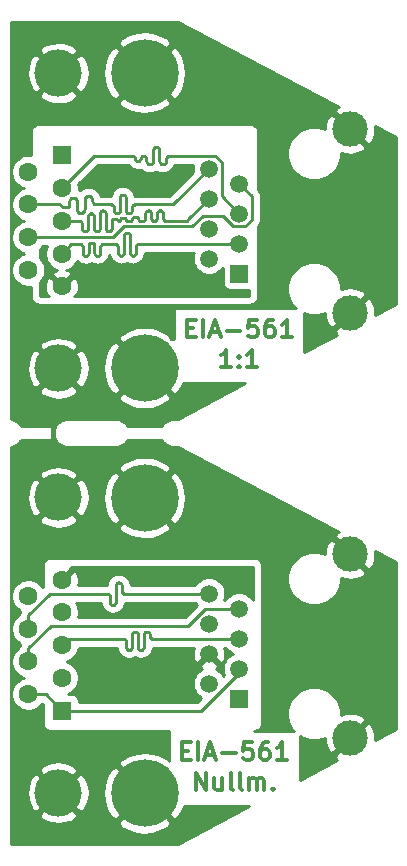
<source format=gtl>
G04 #@! TF.GenerationSoftware,KiCad,Pcbnew,5.1.9+dfsg1-1~bpo10+1*
G04 #@! TF.CreationDate,2021-11-01T07:07:17+00:00*
G04 #@! TF.ProjectId,rack-ser-adapter,7261636b-2d73-4657-922d-616461707465,rev?*
G04 #@! TF.SameCoordinates,Original*
G04 #@! TF.FileFunction,Copper,L1,Top*
G04 #@! TF.FilePolarity,Positive*
%FSLAX46Y46*%
G04 Gerber Fmt 4.6, Leading zero omitted, Abs format (unit mm)*
G04 Created by KiCad (PCBNEW 5.1.9+dfsg1-1~bpo10+1) date 2021-11-01 07:07:17*
%MOMM*%
%LPD*%
G01*
G04 APERTURE LIST*
G04 #@! TA.AperFunction,NonConductor*
%ADD10C,0.300000*%
G04 #@! TD*
G04 #@! TA.AperFunction,ComponentPad*
%ADD11R,1.600000X1.600000*%
G04 #@! TD*
G04 #@! TA.AperFunction,ComponentPad*
%ADD12C,1.600000*%
G04 #@! TD*
G04 #@! TA.AperFunction,ComponentPad*
%ADD13C,4.000000*%
G04 #@! TD*
G04 #@! TA.AperFunction,ComponentPad*
%ADD14C,3.000000*%
G04 #@! TD*
G04 #@! TA.AperFunction,ComponentPad*
%ADD15C,1.500000*%
G04 #@! TD*
G04 #@! TA.AperFunction,ComponentPad*
%ADD16R,1.500000X1.500000*%
G04 #@! TD*
G04 #@! TA.AperFunction,ComponentPad*
%ADD17C,5.700000*%
G04 #@! TD*
G04 #@! TA.AperFunction,ViaPad*
%ADD18C,0.600000*%
G04 #@! TD*
G04 #@! TA.AperFunction,Conductor*
%ADD19C,0.250000*%
G04 #@! TD*
G04 #@! TA.AperFunction,Conductor*
%ADD20C,0.254000*%
G04 #@! TD*
G04 #@! TA.AperFunction,Conductor*
%ADD21C,0.100000*%
G04 #@! TD*
G04 APERTURE END LIST*
D10*
X115207142Y-132417857D02*
X115707142Y-132417857D01*
X115921428Y-133203571D02*
X115207142Y-133203571D01*
X115207142Y-131703571D01*
X115921428Y-131703571D01*
X116564285Y-133203571D02*
X116564285Y-131703571D01*
X117207142Y-132775000D02*
X117921428Y-132775000D01*
X117064285Y-133203571D02*
X117564285Y-131703571D01*
X118064285Y-133203571D01*
X118564285Y-132632142D02*
X119707142Y-132632142D01*
X121135714Y-131703571D02*
X120421428Y-131703571D01*
X120350000Y-132417857D01*
X120421428Y-132346428D01*
X120564285Y-132275000D01*
X120921428Y-132275000D01*
X121064285Y-132346428D01*
X121135714Y-132417857D01*
X121207142Y-132560714D01*
X121207142Y-132917857D01*
X121135714Y-133060714D01*
X121064285Y-133132142D01*
X120921428Y-133203571D01*
X120564285Y-133203571D01*
X120421428Y-133132142D01*
X120350000Y-133060714D01*
X122492857Y-131703571D02*
X122207142Y-131703571D01*
X122064285Y-131775000D01*
X121992857Y-131846428D01*
X121850000Y-132060714D01*
X121778571Y-132346428D01*
X121778571Y-132917857D01*
X121850000Y-133060714D01*
X121921428Y-133132142D01*
X122064285Y-133203571D01*
X122350000Y-133203571D01*
X122492857Y-133132142D01*
X122564285Y-133060714D01*
X122635714Y-132917857D01*
X122635714Y-132560714D01*
X122564285Y-132417857D01*
X122492857Y-132346428D01*
X122350000Y-132275000D01*
X122064285Y-132275000D01*
X121921428Y-132346428D01*
X121850000Y-132417857D01*
X121778571Y-132560714D01*
X124064285Y-133203571D02*
X123207142Y-133203571D01*
X123635714Y-133203571D02*
X123635714Y-131703571D01*
X123492857Y-131917857D01*
X123350000Y-132060714D01*
X123207142Y-132132142D01*
X116350000Y-135753571D02*
X116350000Y-134253571D01*
X117207142Y-135753571D01*
X117207142Y-134253571D01*
X118564285Y-134753571D02*
X118564285Y-135753571D01*
X117921428Y-134753571D02*
X117921428Y-135539285D01*
X117992857Y-135682142D01*
X118135714Y-135753571D01*
X118350000Y-135753571D01*
X118492857Y-135682142D01*
X118564285Y-135610714D01*
X119492857Y-135753571D02*
X119350000Y-135682142D01*
X119278571Y-135539285D01*
X119278571Y-134253571D01*
X120278571Y-135753571D02*
X120135714Y-135682142D01*
X120064285Y-135539285D01*
X120064285Y-134253571D01*
X120850000Y-135753571D02*
X120850000Y-134753571D01*
X120850000Y-134896428D02*
X120921428Y-134825000D01*
X121064285Y-134753571D01*
X121278571Y-134753571D01*
X121421428Y-134825000D01*
X121492857Y-134967857D01*
X121492857Y-135753571D01*
X121492857Y-134967857D02*
X121564285Y-134825000D01*
X121707142Y-134753571D01*
X121921428Y-134753571D01*
X122064285Y-134825000D01*
X122135714Y-134967857D01*
X122135714Y-135753571D01*
X122850000Y-135610714D02*
X122921428Y-135682142D01*
X122850000Y-135753571D01*
X122778571Y-135682142D01*
X122850000Y-135610714D01*
X122850000Y-135753571D01*
X115607142Y-96617857D02*
X116107142Y-96617857D01*
X116321428Y-97403571D02*
X115607142Y-97403571D01*
X115607142Y-95903571D01*
X116321428Y-95903571D01*
X116964285Y-97403571D02*
X116964285Y-95903571D01*
X117607142Y-96975000D02*
X118321428Y-96975000D01*
X117464285Y-97403571D02*
X117964285Y-95903571D01*
X118464285Y-97403571D01*
X118964285Y-96832142D02*
X120107142Y-96832142D01*
X121535714Y-95903571D02*
X120821428Y-95903571D01*
X120750000Y-96617857D01*
X120821428Y-96546428D01*
X120964285Y-96475000D01*
X121321428Y-96475000D01*
X121464285Y-96546428D01*
X121535714Y-96617857D01*
X121607142Y-96760714D01*
X121607142Y-97117857D01*
X121535714Y-97260714D01*
X121464285Y-97332142D01*
X121321428Y-97403571D01*
X120964285Y-97403571D01*
X120821428Y-97332142D01*
X120750000Y-97260714D01*
X122892857Y-95903571D02*
X122607142Y-95903571D01*
X122464285Y-95975000D01*
X122392857Y-96046428D01*
X122250000Y-96260714D01*
X122178571Y-96546428D01*
X122178571Y-97117857D01*
X122250000Y-97260714D01*
X122321428Y-97332142D01*
X122464285Y-97403571D01*
X122750000Y-97403571D01*
X122892857Y-97332142D01*
X122964285Y-97260714D01*
X123035714Y-97117857D01*
X123035714Y-96760714D01*
X122964285Y-96617857D01*
X122892857Y-96546428D01*
X122750000Y-96475000D01*
X122464285Y-96475000D01*
X122321428Y-96546428D01*
X122250000Y-96617857D01*
X122178571Y-96760714D01*
X124464285Y-97403571D02*
X123607142Y-97403571D01*
X124035714Y-97403571D02*
X124035714Y-95903571D01*
X123892857Y-96117857D01*
X123750000Y-96260714D01*
X123607142Y-96332142D01*
X119357142Y-99953571D02*
X118500000Y-99953571D01*
X118928571Y-99953571D02*
X118928571Y-98453571D01*
X118785714Y-98667857D01*
X118642857Y-98810714D01*
X118500000Y-98882142D01*
X120000000Y-99810714D02*
X120071428Y-99882142D01*
X120000000Y-99953571D01*
X119928571Y-99882142D01*
X120000000Y-99810714D01*
X120000000Y-99953571D01*
X120000000Y-99025000D02*
X120071428Y-99096428D01*
X120000000Y-99167857D01*
X119928571Y-99096428D01*
X120000000Y-99025000D01*
X120000000Y-99167857D01*
X121500000Y-99953571D02*
X120642857Y-99953571D01*
X121071428Y-99953571D02*
X121071428Y-98453571D01*
X120928571Y-98667857D01*
X120785714Y-98810714D01*
X120642857Y-98882142D01*
D11*
X105000000Y-129000000D03*
D12*
X105000000Y-126230000D03*
X105000000Y-123460000D03*
X105000000Y-120690000D03*
X105000000Y-117920000D03*
X102160000Y-127615000D03*
X102160000Y-124845000D03*
X102160000Y-122075000D03*
X102160000Y-119305000D03*
D13*
X104700000Y-110960000D03*
X104700000Y-135960000D03*
D14*
X129400000Y-79785000D03*
D15*
X120000000Y-89460000D03*
X120000000Y-86920000D03*
X117460000Y-88190000D03*
X120000000Y-84380000D03*
D16*
X120000000Y-92000000D03*
D15*
X117460000Y-90730000D03*
D14*
X129400000Y-95325000D03*
D15*
X117460000Y-83110000D03*
X117460000Y-85650000D03*
D17*
X112000000Y-75000000D03*
X112000000Y-100000000D03*
D11*
X105000000Y-82000000D03*
D12*
X105000000Y-84770000D03*
X105000000Y-87540000D03*
X105000000Y-90310000D03*
X105000000Y-93080000D03*
X102160000Y-83385000D03*
X102160000Y-86155000D03*
X102160000Y-88925000D03*
X102160000Y-91695000D03*
D13*
X104700000Y-75040000D03*
X104700000Y-100040000D03*
D17*
X112000000Y-111000000D03*
X112000000Y-136000000D03*
D14*
X129400000Y-115785000D03*
D15*
X120000000Y-125460000D03*
X120000000Y-122920000D03*
X117460000Y-124190000D03*
X120000000Y-120380000D03*
D16*
X120000000Y-128000000D03*
D15*
X117460000Y-126730000D03*
D14*
X129400000Y-131325000D03*
D15*
X117460000Y-119110000D03*
X117460000Y-121650000D03*
D18*
X112000000Y-84000000D03*
X114000000Y-84000000D03*
X108000000Y-84000000D03*
X109000000Y-85000000D03*
X110800000Y-120500000D03*
X114400000Y-120500000D03*
X120000000Y-117600000D03*
X112600000Y-117600000D03*
D19*
X118535001Y-85455001D02*
X120000000Y-86920000D01*
X118535001Y-82593999D02*
X118535001Y-85455001D01*
X117976001Y-82034999D02*
X118535001Y-82593999D01*
X114090137Y-82034999D02*
X117976001Y-82034999D01*
X114028943Y-82041893D02*
X114090137Y-82034999D01*
X113970818Y-82062232D02*
X114028943Y-82041893D01*
X113918677Y-82094995D02*
X113970818Y-82062232D01*
X113875133Y-82138539D02*
X113918677Y-82094995D01*
X113842370Y-82190680D02*
X113875133Y-82138539D01*
X113822031Y-82248805D02*
X113842370Y-82190680D01*
X113815137Y-82309999D02*
X113822031Y-82248805D01*
X113815137Y-82493123D02*
X113815137Y-82309999D01*
X113808242Y-82554316D02*
X113815137Y-82493123D01*
X113787903Y-82612441D02*
X113808242Y-82554316D01*
X113755140Y-82664582D02*
X113787903Y-82612441D01*
X113711596Y-82708126D02*
X113755140Y-82664582D01*
X113659455Y-82740889D02*
X113711596Y-82708126D01*
X113601330Y-82761228D02*
X113659455Y-82740889D01*
X113540137Y-82768123D02*
X113601330Y-82761228D01*
X113478943Y-82761228D02*
X113540137Y-82768123D01*
X113420818Y-82740889D02*
X113478943Y-82761228D01*
X113368677Y-82708126D02*
X113420818Y-82740889D01*
X113325133Y-82664582D02*
X113368677Y-82708126D01*
X113292370Y-82612441D02*
X113325133Y-82664582D01*
X113272031Y-82554316D02*
X113292370Y-82612441D01*
X113265137Y-82493123D02*
X113272031Y-82554316D01*
X113265137Y-81576875D02*
X113265137Y-82493123D01*
X113258242Y-81515682D02*
X113265137Y-81576875D01*
X113237903Y-81457557D02*
X113258242Y-81515682D01*
X113205140Y-81405416D02*
X113237903Y-81457557D01*
X113161596Y-81361872D02*
X113205140Y-81405416D01*
X113109455Y-81329109D02*
X113161596Y-81361872D01*
X113051330Y-81308770D02*
X113109455Y-81329109D01*
X112990137Y-81301875D02*
X113051330Y-81308770D01*
X111797907Y-82056049D02*
X111842836Y-82040328D01*
X111757603Y-82081374D02*
X111797907Y-82056049D01*
X111698619Y-82155337D02*
X111723944Y-82115033D01*
X111682898Y-82200266D02*
X111698619Y-82155337D01*
X111672239Y-82294867D02*
X111682898Y-82200266D01*
X111631193Y-82380100D02*
X111656518Y-82339796D01*
X111597534Y-82413759D02*
X111631193Y-82380100D01*
X111557230Y-82439084D02*
X111597534Y-82413759D01*
X111656518Y-82339796D02*
X111672239Y-82294867D01*
X111512301Y-82454805D02*
X111557230Y-82439084D01*
X111465001Y-82460135D02*
X111512301Y-82454805D01*
X111390137Y-82460135D02*
X111465001Y-82460135D01*
X111342836Y-82454805D02*
X111390137Y-82460135D01*
X105000000Y-84770000D02*
X107735001Y-82034999D01*
X111131193Y-82115033D02*
X111156518Y-82155337D01*
X111172239Y-82200266D02*
X111182898Y-82294867D01*
X111842836Y-82040328D02*
X111890137Y-82034999D01*
X110965001Y-82034999D02*
X111012301Y-82040328D01*
X111012301Y-82040328D02*
X111057230Y-82056049D01*
X107735001Y-82034999D02*
X110965001Y-82034999D01*
X111057230Y-82056049D02*
X111097534Y-82081374D01*
X111257603Y-82413759D02*
X111297907Y-82439084D01*
X111097534Y-82081374D02*
X111131193Y-82115033D01*
X111156518Y-82155337D02*
X111172239Y-82200266D01*
X111182898Y-82294867D02*
X111198619Y-82339796D01*
X111223944Y-82380100D02*
X111257603Y-82413759D01*
X111723944Y-82115033D02*
X111757603Y-82081374D01*
X111297907Y-82439084D02*
X111342836Y-82454805D01*
X112165137Y-82493123D02*
X112172031Y-82554316D01*
X111198619Y-82339796D02*
X111223944Y-82380100D01*
X112225133Y-82664582D02*
X112268677Y-82708126D01*
X111890137Y-82034999D02*
X111951330Y-82041893D01*
X111951330Y-82041893D02*
X112009455Y-82062232D01*
X112009455Y-82062232D02*
X112061596Y-82094995D01*
X112061596Y-82094995D02*
X112105140Y-82138539D01*
X112105140Y-82138539D02*
X112137903Y-82190680D01*
X112715137Y-81576875D02*
X112722031Y-81515682D01*
X112137903Y-82190680D02*
X112158242Y-82248805D01*
X112158242Y-82248805D02*
X112165137Y-82309999D01*
X112165137Y-82309999D02*
X112165137Y-82493123D01*
X112172031Y-82554316D02*
X112192370Y-82612441D01*
X112192370Y-82612441D02*
X112225133Y-82664582D01*
X112268677Y-82708126D02*
X112320818Y-82740889D01*
X112320818Y-82740889D02*
X112378943Y-82761228D01*
X112378943Y-82761228D02*
X112440137Y-82768123D01*
X112775133Y-81405416D02*
X112818677Y-81361872D01*
X112440137Y-82768123D02*
X112501330Y-82761228D01*
X112501330Y-82761228D02*
X112559455Y-82740889D01*
X112559455Y-82740889D02*
X112611596Y-82708126D01*
X112611596Y-82708126D02*
X112655140Y-82664582D01*
X112655140Y-82664582D02*
X112687903Y-82612441D01*
X112687903Y-82612441D02*
X112708242Y-82554316D01*
X112708242Y-82554316D02*
X112715137Y-82493123D01*
X112715137Y-82493123D02*
X112715137Y-81576875D01*
X112722031Y-81515682D02*
X112742370Y-81457557D01*
X112742370Y-81457557D02*
X112775133Y-81405416D01*
X112818677Y-81361872D02*
X112870818Y-81329109D01*
X112870818Y-81329109D02*
X112928943Y-81308770D01*
X112928943Y-81308770D02*
X112990137Y-81301875D01*
X115800597Y-87309403D02*
X117460000Y-85650000D01*
X113654127Y-87485458D02*
X113701529Y-87515243D01*
X113566268Y-87345631D02*
X113584757Y-87398471D01*
X113560000Y-87290000D02*
X113566268Y-87345631D01*
X113560000Y-86913881D02*
X113560000Y-87290000D01*
X113535242Y-86805411D02*
X113553731Y-86858251D01*
X113505457Y-86758009D02*
X113535242Y-86805411D01*
X113465872Y-86718424D02*
X113505457Y-86758009D01*
X113418470Y-86688639D02*
X113465872Y-86718424D01*
X113066268Y-86858251D02*
X113084757Y-86805411D01*
X113060000Y-86913881D02*
X113066268Y-86858251D01*
X113053731Y-87345631D02*
X113060000Y-87290000D01*
X113005457Y-87445873D02*
X113035242Y-87398471D01*
X112965872Y-87485458D02*
X113005457Y-87445873D01*
X112865630Y-87533732D02*
X112918470Y-87515243D01*
X112810000Y-87540000D02*
X112865630Y-87533732D01*
X112754369Y-87533732D02*
X112810000Y-87540000D01*
X112560000Y-87290000D02*
X112566268Y-87345631D01*
X112560000Y-86913881D02*
X112560000Y-87290000D01*
X112553731Y-86858251D02*
X112560000Y-86913881D01*
X112535242Y-86805411D02*
X112553731Y-86858251D01*
X112465872Y-86718424D02*
X112505457Y-86758009D01*
X112310000Y-86663881D02*
X112365630Y-86670150D01*
X112201529Y-86688639D02*
X112254369Y-86670150D01*
X112060000Y-87290000D02*
X112060000Y-86913881D01*
X112053731Y-87345631D02*
X112060000Y-87290000D01*
X112035242Y-87398471D02*
X112053731Y-87345631D01*
X112005457Y-87445873D02*
X112035242Y-87398471D01*
X111965872Y-87485458D02*
X112005457Y-87445873D01*
X111918470Y-87515243D02*
X111965872Y-87485458D01*
X111865630Y-87533732D02*
X111918470Y-87515243D01*
X111810000Y-87540000D02*
X111865630Y-87533732D01*
X111636118Y-87540000D02*
X111810000Y-87540000D01*
X111599833Y-87535912D02*
X111636118Y-87540000D01*
X111565369Y-87523853D02*
X111599833Y-87535912D01*
X111534452Y-87504426D02*
X111565369Y-87523853D01*
X111508633Y-87478607D02*
X111534452Y-87504426D01*
X111489206Y-87447690D02*
X111508633Y-87478607D01*
X111477147Y-87413226D02*
X111489206Y-87447690D01*
X111468970Y-87340656D02*
X111477147Y-87413226D01*
X111456911Y-87306192D02*
X111468970Y-87340656D01*
X111437484Y-87275275D02*
X111456911Y-87306192D01*
X111411665Y-87249456D02*
X111437484Y-87275275D01*
X111380748Y-87230029D02*
X111411665Y-87249456D01*
X111346284Y-87217970D02*
X111380748Y-87230029D01*
X111310000Y-87213881D02*
X111346284Y-87217970D01*
X111136118Y-87213881D02*
X111310000Y-87213881D01*
X111099833Y-87217970D02*
X111136118Y-87213881D01*
X111065369Y-87230029D02*
X111099833Y-87217970D01*
X111034452Y-87249456D02*
X111065369Y-87230029D01*
X111008633Y-87275275D02*
X111034452Y-87249456D01*
X110989206Y-87306192D02*
X111008633Y-87275275D01*
X110977147Y-87340656D02*
X110989206Y-87306192D01*
X110968970Y-87413226D02*
X110977147Y-87340656D01*
X110956911Y-87447690D02*
X110968970Y-87413226D01*
X110937484Y-87478607D02*
X110956911Y-87447690D01*
X110911665Y-87504426D02*
X110937484Y-87478607D01*
X110880748Y-87523853D02*
X110911665Y-87504426D01*
X110846284Y-87535912D02*
X110880748Y-87523853D01*
X110810000Y-87540000D02*
X110846284Y-87535912D01*
X110536118Y-87540000D02*
X110810000Y-87540000D01*
X110510960Y-87537166D02*
X110536118Y-87540000D01*
X110487063Y-87528804D02*
X110510960Y-87537166D01*
X110465626Y-87515335D02*
X110487063Y-87528804D01*
X110447724Y-87497433D02*
X110465626Y-87515335D01*
X110434255Y-87475996D02*
X110447724Y-87497433D01*
X110425893Y-87452099D02*
X110434255Y-87475996D01*
X108210000Y-86913881D02*
X108216268Y-86858251D01*
X108203731Y-88221749D02*
X108210000Y-88166119D01*
X108210000Y-88166119D02*
X108210000Y-86913881D01*
X108115872Y-88361576D02*
X108155457Y-88321991D01*
X108068470Y-88391361D02*
X108115872Y-88361576D01*
X108015630Y-88409850D02*
X108068470Y-88391361D01*
X113614542Y-87445873D02*
X113654127Y-87485458D01*
X107734757Y-88274589D02*
X107764542Y-88321991D01*
X109925893Y-87401783D02*
X109934255Y-87377886D01*
X112654127Y-87485458D02*
X112701529Y-87515243D01*
X107716268Y-88221749D02*
X107734757Y-88274589D01*
X107764542Y-88321991D02*
X107804127Y-88361576D01*
X106655457Y-87634127D02*
X106685242Y-87681529D01*
X107710000Y-87163881D02*
X107710000Y-88166119D01*
X109880491Y-87515335D02*
X109898393Y-87497433D01*
X107851529Y-88391361D02*
X107904369Y-88409850D01*
X106568470Y-87564757D02*
X106615872Y-87594542D01*
X107703731Y-87108251D02*
X107710000Y-87163881D01*
X112584757Y-87398471D02*
X112614542Y-87445873D01*
X107685242Y-87055411D02*
X107703731Y-87108251D01*
X110420224Y-87401783D02*
X110425893Y-87452099D01*
X113310000Y-86663881D02*
X113365630Y-86670150D01*
X107615872Y-86968424D02*
X107655457Y-87008009D01*
X107568470Y-86938639D02*
X107615872Y-86968424D01*
X113035242Y-87398471D02*
X113053731Y-87345631D01*
X107515630Y-86920150D02*
X107568470Y-86938639D01*
X110380491Y-87338547D02*
X110398393Y-87356449D01*
X108304127Y-86718424D02*
X108351529Y-86688639D01*
X115570000Y-87540000D02*
X115800597Y-87309403D01*
X107460000Y-86913881D02*
X107515630Y-86920150D01*
X109810000Y-87540000D02*
X109835157Y-87537166D01*
X107804127Y-88361576D02*
X107851529Y-88391361D01*
X113701529Y-87515243D02*
X113754369Y-87533732D01*
X107351529Y-86938639D02*
X107404369Y-86920150D01*
X108155457Y-88321991D02*
X108185242Y-88274589D01*
X112254369Y-86670150D02*
X112310000Y-86663881D01*
X106710000Y-88166119D02*
X106716268Y-88221749D01*
X113754369Y-87533732D02*
X113810000Y-87540000D01*
X106703731Y-87734369D02*
X106710000Y-87790000D01*
X108216268Y-86858251D02*
X108234757Y-86805411D01*
X106460000Y-87540000D02*
X106515630Y-87546268D01*
X113084757Y-86805411D02*
X113114542Y-86758009D01*
X107655457Y-87008009D02*
X107685242Y-87055411D01*
X106685242Y-87681529D02*
X106703731Y-87734369D01*
X109185242Y-88274589D02*
X109203731Y-88221749D01*
X113254369Y-86670150D02*
X113310000Y-86663881D01*
X106960000Y-88416119D02*
X107015630Y-88409850D01*
X109898393Y-87497433D02*
X109911862Y-87475996D01*
X106710000Y-87790000D02*
X106710000Y-88166119D01*
X112505457Y-86758009D02*
X112535242Y-86805411D01*
X107404369Y-86920150D02*
X107460000Y-86913881D01*
X110359054Y-87325078D02*
X110380491Y-87338547D01*
X106615872Y-87594542D02*
X106655457Y-87634127D01*
X109660148Y-87372602D02*
X109676844Y-87383093D01*
X113810000Y-87540000D02*
X115570000Y-87540000D01*
X106764542Y-88321991D02*
X106804127Y-88361576D01*
X109965626Y-87338547D02*
X109987063Y-87325078D01*
X113060000Y-87290000D02*
X113060000Y-86913881D01*
X107115872Y-88361576D02*
X107155457Y-88321991D01*
X113365630Y-86670150D02*
X113418470Y-86688639D01*
X106716268Y-88221749D02*
X106734757Y-88274589D01*
X113553731Y-86858251D02*
X113560000Y-86913881D01*
X107185242Y-88274589D02*
X107203731Y-88221749D01*
X106515630Y-87546268D02*
X106568470Y-87564757D01*
X109690788Y-87397037D02*
X109701279Y-87413733D01*
X108264542Y-86758009D02*
X108304127Y-86718424D01*
X106734757Y-88274589D02*
X106764542Y-88321991D01*
X113201529Y-86688639D02*
X113254369Y-86670150D01*
X107068470Y-88391361D02*
X107115872Y-88361576D01*
X108234757Y-86805411D02*
X108264542Y-86758009D01*
X112566268Y-87345631D02*
X112584757Y-87398471D01*
X107210000Y-88166119D02*
X107210000Y-87163881D01*
X107960000Y-88416119D02*
X108015630Y-88409850D01*
X107710000Y-88166119D02*
X107716268Y-88221749D01*
X105000000Y-87540000D02*
X106460000Y-87540000D01*
X108351529Y-86688639D02*
X108404369Y-86670150D01*
X112701529Y-87515243D02*
X112754369Y-87533732D01*
X107304127Y-86968424D02*
X107351529Y-86938639D01*
X106804127Y-88361576D02*
X106851529Y-88391361D01*
X108185242Y-88274589D02*
X108203731Y-88221749D01*
X106851529Y-88391361D02*
X106904369Y-88409850D01*
X108515630Y-86670150D02*
X108568470Y-86688639D01*
X113584757Y-87398471D02*
X113614542Y-87445873D01*
X107234757Y-87055411D02*
X107264542Y-87008009D01*
X110398393Y-87356449D02*
X110411862Y-87377886D01*
X113114542Y-86758009D02*
X113154127Y-86718424D01*
X106904369Y-88409850D02*
X106960000Y-88416119D01*
X112918470Y-87515243D02*
X112965872Y-87485458D01*
X107015630Y-88409850D02*
X107068470Y-88391361D01*
X107904369Y-88409850D02*
X107960000Y-88416119D01*
X112365630Y-86670150D02*
X112418470Y-86688639D01*
X107155457Y-88321991D02*
X107185242Y-88274589D01*
X113154127Y-86718424D02*
X113201529Y-86688639D01*
X107203731Y-88221749D02*
X107210000Y-88166119D01*
X109835157Y-87537166D02*
X109859054Y-87528804D01*
X112614542Y-87445873D02*
X112654127Y-87485458D01*
X107210000Y-87163881D02*
X107216268Y-87108251D01*
X112418470Y-86688639D02*
X112465872Y-86718424D01*
X107216268Y-87108251D02*
X107234757Y-87055411D01*
X107264542Y-87008009D02*
X107304127Y-86968424D01*
X108404369Y-86670150D02*
X108460000Y-86663881D01*
X108460000Y-86663881D02*
X108515630Y-86670150D01*
X108568470Y-86688639D02*
X108615872Y-86718424D01*
X108615872Y-86718424D02*
X108655457Y-86758009D01*
X108655457Y-86758009D02*
X108685242Y-86805411D01*
X108685242Y-86805411D02*
X108703731Y-86858251D01*
X108703731Y-86858251D02*
X108710000Y-86913881D01*
X112066268Y-86858251D02*
X112084757Y-86805411D01*
X108710000Y-86913881D02*
X108710000Y-88166119D01*
X108710000Y-88166119D02*
X108716268Y-88221749D01*
X108716268Y-88221749D02*
X108734757Y-88274589D01*
X108734757Y-88274589D02*
X108764542Y-88321991D01*
X108764542Y-88321991D02*
X108804127Y-88361576D01*
X108804127Y-88361576D02*
X108851529Y-88391361D01*
X108851529Y-88391361D02*
X108904369Y-88409850D01*
X112114542Y-86758009D02*
X112154127Y-86718424D01*
X108904369Y-88409850D02*
X108960000Y-88416119D01*
X108960000Y-88416119D02*
X109015630Y-88409850D01*
X109015630Y-88409850D02*
X109068470Y-88391361D01*
X109068470Y-88391361D02*
X109115872Y-88361576D01*
X109115872Y-88361576D02*
X109155457Y-88321991D01*
X109155457Y-88321991D02*
X109185242Y-88274589D01*
X109203731Y-88221749D02*
X109210000Y-88166119D01*
X109210000Y-88166119D02*
X109210000Y-87451940D01*
X109210000Y-87451940D02*
X109212207Y-87432346D01*
X112060000Y-86913881D02*
X112066268Y-86858251D01*
X109212207Y-87432346D02*
X109218720Y-87413733D01*
X112084757Y-86805411D02*
X112114542Y-86758009D01*
X109218720Y-87413733D02*
X109229211Y-87397037D01*
X109229211Y-87397037D02*
X109243155Y-87383093D01*
X109243155Y-87383093D02*
X109259851Y-87372602D01*
X109259851Y-87372602D02*
X109278464Y-87366089D01*
X109278464Y-87366089D02*
X109298059Y-87363881D01*
X109298059Y-87363881D02*
X109621941Y-87363881D01*
X109621941Y-87363881D02*
X109641535Y-87366089D01*
X109641535Y-87366089D02*
X109660148Y-87372602D01*
X109676844Y-87383093D02*
X109690788Y-87397037D01*
X109701279Y-87413733D02*
X109707792Y-87432346D01*
X109707792Y-87432346D02*
X109712207Y-87471536D01*
X109712207Y-87471536D02*
X109718720Y-87490149D01*
X109718720Y-87490149D02*
X109729211Y-87506845D01*
X112154127Y-86718424D02*
X112201529Y-86688639D01*
X109729211Y-87506845D02*
X109743155Y-87520789D01*
X109743155Y-87520789D02*
X109759851Y-87531280D01*
X109759851Y-87531280D02*
X109778464Y-87537793D01*
X109778464Y-87537793D02*
X109798059Y-87540000D01*
X109798059Y-87540000D02*
X109810000Y-87540000D01*
X109859054Y-87528804D02*
X109880491Y-87515335D01*
X109911862Y-87475996D02*
X109920224Y-87452099D01*
X109920224Y-87452099D02*
X109925893Y-87401783D01*
X109934255Y-87377886D02*
X109947724Y-87356449D01*
X109947724Y-87356449D02*
X109965626Y-87338547D01*
X109987063Y-87325078D02*
X110010960Y-87316716D01*
X110010960Y-87316716D02*
X110036118Y-87313881D01*
X110036118Y-87313881D02*
X110310000Y-87313881D01*
X110310000Y-87313881D02*
X110335157Y-87316716D01*
X110335157Y-87316716D02*
X110359054Y-87325078D01*
X110411862Y-87377886D02*
X110420224Y-87401783D01*
X114415000Y-86155000D02*
X117460000Y-83110000D01*
X111155000Y-86155000D02*
X114415000Y-86155000D01*
X111046529Y-86179757D02*
X111099369Y-86161268D01*
X110999127Y-86209542D02*
X111046529Y-86179757D01*
X110959542Y-86249127D02*
X110999127Y-86209542D01*
X110905000Y-86405000D02*
X110911268Y-86349369D01*
X110905000Y-86641458D02*
X110905000Y-86405000D01*
X110898731Y-86697088D02*
X110905000Y-86641458D01*
X110850457Y-86797330D02*
X110880242Y-86749928D01*
X110810872Y-86836915D02*
X110850457Y-86797330D01*
X105773909Y-85638186D02*
X105831372Y-85618079D01*
X106911851Y-86646057D02*
X106920000Y-86573738D01*
X106736012Y-86866552D02*
X106797634Y-86827833D01*
X111099369Y-86161268D02*
X111155000Y-86155000D01*
X110310872Y-85373085D02*
X110350457Y-85412670D01*
X106453987Y-86866552D02*
X106522680Y-86890589D01*
X110405000Y-85568542D02*
X110405000Y-86641458D01*
X106278148Y-86646057D02*
X106302185Y-86714750D01*
X106270000Y-86573738D02*
X106278148Y-86646057D01*
X106243076Y-85765172D02*
X106263183Y-85822635D01*
X106797634Y-86827833D02*
X106849095Y-86776372D01*
X106210686Y-85713624D02*
X106243076Y-85765172D01*
X106167638Y-85670576D02*
X106210686Y-85713624D01*
X106116090Y-85638186D02*
X106167638Y-85670576D01*
X106058627Y-85618079D02*
X106116090Y-85638186D01*
X110350457Y-85412670D02*
X110380242Y-85460072D01*
X105998131Y-85611262D02*
X106058627Y-85618079D01*
X105831372Y-85618079D02*
X105891869Y-85611262D01*
X105722361Y-85670576D02*
X105773909Y-85638186D01*
X109499127Y-86836915D02*
X109546529Y-86866700D01*
X105012753Y-86372150D02*
X105035861Y-86386669D01*
X106952185Y-85595250D02*
X106990904Y-85533628D01*
X106667319Y-86890589D02*
X106736012Y-86866552D01*
X109850457Y-86797330D02*
X109880242Y-86749928D01*
X104978937Y-86329745D02*
X104993456Y-86352853D01*
X106263183Y-85822635D02*
X106270000Y-85883131D01*
X104969924Y-86303987D02*
X104978937Y-86329745D01*
X106595000Y-86898738D02*
X106667319Y-86890589D01*
X110411268Y-86697088D02*
X110429757Y-86749928D01*
X104963813Y-86249750D02*
X104969924Y-86303987D01*
X105035861Y-86386669D02*
X105061619Y-86395682D01*
X109429757Y-86749928D02*
X109459542Y-86797330D01*
X106340904Y-86776372D02*
X106392365Y-86827833D01*
X104954800Y-86223992D02*
X104963813Y-86249750D01*
X105679313Y-85713624D02*
X105722361Y-85670576D01*
X107602185Y-85971013D02*
X107640904Y-86032635D01*
X104920984Y-86181587D02*
X104940281Y-86200884D01*
X105620000Y-85883131D02*
X105626816Y-85822635D01*
X107692365Y-86084096D02*
X107753987Y-86122815D01*
X104897876Y-86167068D02*
X104920984Y-86181587D01*
X104940281Y-86200884D02*
X104954800Y-86223992D01*
X109411268Y-86697088D02*
X109429757Y-86749928D01*
X104993456Y-86352853D02*
X105012753Y-86372150D01*
X104872118Y-86158055D02*
X104897876Y-86167068D01*
X109459542Y-86797330D02*
X109499127Y-86836915D01*
X109599369Y-86885189D02*
X109655000Y-86891458D01*
X104845000Y-86155000D02*
X104872118Y-86158055D01*
X102160000Y-86155000D02*
X104845000Y-86155000D01*
X105088738Y-86398738D02*
X105495000Y-86398738D01*
X107822680Y-86146852D02*
X107895000Y-86155000D01*
X105495000Y-86398738D02*
X105522118Y-86395682D01*
X106920000Y-85736262D02*
X106928148Y-85663943D01*
X106392365Y-86827833D02*
X106453987Y-86866552D01*
X109959542Y-85412670D02*
X109999127Y-85373085D01*
X105522118Y-86395682D02*
X105547876Y-86386669D01*
X105547876Y-86386669D02*
X105570984Y-86372150D01*
X109405000Y-86405000D02*
X109405000Y-86641458D01*
X106270000Y-85883131D02*
X106270000Y-86573738D01*
X109880242Y-86749928D02*
X109898731Y-86697088D01*
X105570984Y-86372150D02*
X105590281Y-86352853D01*
X106928148Y-85663943D02*
X106952185Y-85595250D01*
X105590281Y-86352853D02*
X105604800Y-86329745D01*
X109398731Y-86349369D02*
X109405000Y-86405000D01*
X105604800Y-86329745D02*
X105613813Y-86303987D01*
X106887814Y-86714750D02*
X106911851Y-86646057D01*
X110398731Y-85512912D02*
X110405000Y-85568542D01*
X105613813Y-86303987D02*
X105616869Y-86276869D01*
X106302185Y-86714750D02*
X106340904Y-86776372D01*
X105616869Y-86276869D02*
X105616869Y-86155000D01*
X105891869Y-85611262D02*
X105998131Y-85611262D01*
X107753987Y-86122815D02*
X107822680Y-86146852D01*
X105620000Y-86155000D02*
X105620000Y-85883131D01*
X105626816Y-85822635D02*
X105646923Y-85765172D01*
X106522680Y-86890589D02*
X106595000Y-86898738D01*
X105646923Y-85765172D02*
X105679313Y-85713624D01*
X106990904Y-85533628D02*
X107042365Y-85482167D01*
X107103987Y-85443448D02*
X107172680Y-85419411D01*
X107172680Y-85419411D02*
X107245000Y-85411262D01*
X107245000Y-85411262D02*
X107317319Y-85419411D01*
X107317319Y-85419411D02*
X107386012Y-85443448D01*
X109810872Y-86836915D02*
X109850457Y-86797330D01*
X110380242Y-85460072D02*
X110398731Y-85512912D01*
X107386012Y-85443448D02*
X107447634Y-85482167D01*
X107447634Y-85482167D02*
X107499095Y-85533628D01*
X109905000Y-85568542D02*
X109911268Y-85512912D01*
X107499095Y-85533628D02*
X107537814Y-85595250D01*
X110405000Y-86641458D02*
X110411268Y-86697088D01*
X107537814Y-85595250D02*
X107561851Y-85663943D01*
X110911268Y-86349369D02*
X110929757Y-86296529D01*
X110429757Y-86749928D02*
X110459542Y-86797330D01*
X107561851Y-85663943D02*
X107570000Y-85736262D01*
X109310872Y-86209542D02*
X109350457Y-86249127D01*
X107570000Y-85736262D02*
X107570000Y-85830000D01*
X109263470Y-86179757D02*
X109310872Y-86209542D01*
X110499127Y-86836915D02*
X110546529Y-86866700D01*
X107570000Y-85830000D02*
X107578148Y-85902320D01*
X107578148Y-85902320D02*
X107602185Y-85971013D01*
X107640904Y-86032635D02*
X107692365Y-86084096D01*
X107895000Y-86155000D02*
X109155000Y-86155000D01*
X110155000Y-85318542D02*
X110210630Y-85324811D01*
X109210630Y-86161268D02*
X109263470Y-86179757D01*
X109911268Y-85512912D02*
X109929757Y-85460072D01*
X110763470Y-86866700D02*
X110810872Y-86836915D01*
X109350457Y-86249127D02*
X109380242Y-86296529D01*
X109380242Y-86296529D02*
X109398731Y-86349369D01*
X110929757Y-86296529D02*
X110959542Y-86249127D01*
X109999127Y-85373085D02*
X110046529Y-85343300D01*
X105616869Y-86155000D02*
X105620000Y-86155000D01*
X109405000Y-86641458D02*
X109411268Y-86697088D01*
X105061619Y-86395682D02*
X105088738Y-86398738D01*
X109546529Y-86866700D02*
X109599369Y-86885189D01*
X107042365Y-85482167D02*
X107103987Y-85443448D01*
X109655000Y-86891458D02*
X109710630Y-86885189D01*
X109710630Y-86885189D02*
X109763470Y-86866700D01*
X106849095Y-86776372D02*
X106887814Y-86714750D01*
X109763470Y-86866700D02*
X109810872Y-86836915D01*
X109898731Y-86697088D02*
X109905000Y-86641458D01*
X109905000Y-86641458D02*
X109905000Y-85568542D01*
X106920000Y-86573738D02*
X106920000Y-85736262D01*
X109929757Y-85460072D02*
X109959542Y-85412670D01*
X110880242Y-86749928D02*
X110898731Y-86697088D01*
X110046529Y-85343300D02*
X110099369Y-85324811D01*
X110099369Y-85324811D02*
X110155000Y-85318542D01*
X110210630Y-85324811D02*
X110263470Y-85343300D01*
X109155000Y-86155000D02*
X109210630Y-86161268D01*
X110546529Y-86866700D02*
X110599369Y-86885189D01*
X110263470Y-85343300D02*
X110310872Y-85373085D01*
X110459542Y-86797330D02*
X110499127Y-86836915D01*
X110599369Y-86885189D02*
X110655000Y-86891458D01*
X110655000Y-86891458D02*
X110710630Y-86885189D01*
X110710630Y-86885189D02*
X110763470Y-86866700D01*
X121075001Y-85455001D02*
X120000000Y-84380000D01*
X120516001Y-87995001D02*
X121075001Y-87436001D01*
X119483999Y-87995001D02*
X120516001Y-87995001D01*
X118603997Y-87114999D02*
X119483999Y-87995001D01*
X116943999Y-87114999D02*
X118603997Y-87114999D01*
X116058998Y-88000000D02*
X116943999Y-87114999D01*
X110277203Y-88000000D02*
X116058998Y-88000000D01*
X109352203Y-88925000D02*
X110277203Y-88000000D01*
X121075001Y-87436001D02*
X121075001Y-85455001D01*
X102160000Y-88925000D02*
X109352203Y-88925000D01*
X119949999Y-89510001D02*
X120000000Y-89460000D01*
X111510001Y-89510001D02*
X119949999Y-89510001D01*
X111454370Y-89516269D02*
X111510001Y-89510001D01*
X111401530Y-89534758D02*
X111454370Y-89516269D01*
X111266269Y-89704370D02*
X111284758Y-89651530D01*
X111260001Y-89760001D02*
X111266269Y-89704370D01*
X111205458Y-90387198D02*
X111235243Y-90339796D01*
X110901530Y-90456568D02*
X110954370Y-90475057D01*
X110510001Y-88538676D02*
X110565631Y-88544945D01*
X110454370Y-88544945D02*
X110510001Y-88538676D01*
X110401530Y-88563434D02*
X110454370Y-88544945D01*
X110354128Y-88593219D02*
X110401530Y-88563434D01*
X110260001Y-90231326D02*
X110260001Y-88788676D01*
X110205458Y-90387198D02*
X110235243Y-90339796D01*
X110165873Y-90426783D02*
X110205458Y-90387198D01*
X110118471Y-90456568D02*
X110165873Y-90426783D01*
X109954370Y-90475057D02*
X110010001Y-90481326D01*
X109854128Y-90426783D02*
X109901530Y-90456568D01*
X109814543Y-90387198D02*
X109854128Y-90426783D01*
X109766269Y-90286956D02*
X109784758Y-90339796D01*
X109760001Y-90231326D02*
X109766269Y-90286956D01*
X108401530Y-89534758D02*
X108454370Y-89516269D01*
X108354128Y-89564543D02*
X108401530Y-89534758D01*
X110284758Y-88680206D02*
X110314543Y-88632804D01*
X107270909Y-89428827D02*
X107278826Y-89420910D01*
X109705458Y-89604128D02*
X109735243Y-89651530D01*
X107261254Y-89448875D02*
X107264952Y-89438307D01*
X108205458Y-90405711D02*
X108235243Y-90358309D01*
X109565631Y-89516269D02*
X109618471Y-89534758D01*
X107260001Y-90249839D02*
X107260001Y-89460001D01*
X110665873Y-88593219D02*
X110705458Y-88632804D01*
X107253732Y-90305469D02*
X107260001Y-90249839D01*
X110260001Y-88788676D02*
X110266269Y-88733046D01*
X107205458Y-90405711D02*
X107235243Y-90358309D01*
X109901530Y-90456568D02*
X109954370Y-90475057D01*
X107235243Y-90358309D02*
X107253732Y-90305469D01*
X107165873Y-90445296D02*
X107205458Y-90405711D01*
X111284758Y-89651530D02*
X111314543Y-89604128D01*
X106854128Y-90445296D02*
X106901530Y-90475081D01*
X109753732Y-89704370D02*
X109760001Y-89760001D01*
X106705458Y-89604128D02*
X106735243Y-89651530D01*
X108454370Y-89516269D02*
X108510001Y-89510001D01*
X107065631Y-90493570D02*
X107118471Y-90475081D01*
X110253732Y-90286956D02*
X110260001Y-90231326D01*
X107010001Y-90499839D02*
X107065631Y-90493570D01*
X111010001Y-90481326D02*
X111065631Y-90475057D01*
X106901530Y-90475081D02*
X106954370Y-90493570D01*
X110854128Y-90426783D02*
X110901530Y-90456568D01*
X107260001Y-89460001D02*
X107261254Y-89448875D01*
X110814543Y-90387198D02*
X110854128Y-90426783D01*
X105000000Y-90310000D02*
X105799999Y-89510001D01*
X110784758Y-90339796D02*
X110814543Y-90387198D01*
X105799999Y-89510001D02*
X106510001Y-89510001D01*
X109618471Y-89534758D02*
X109665873Y-89564543D01*
X106760001Y-89760001D02*
X106760001Y-90249839D01*
X110266269Y-88733046D02*
X110284758Y-88680206D01*
X106510001Y-89510001D02*
X106565631Y-89516269D01*
X111065631Y-90475057D02*
X111118471Y-90456568D01*
X106565631Y-89516269D02*
X106618471Y-89534758D01*
X108510001Y-89510001D02*
X109510001Y-89510001D01*
X106954370Y-90493570D02*
X107010001Y-90499839D01*
X110618471Y-88563434D02*
X110665873Y-88593219D01*
X106618471Y-89534758D02*
X106665873Y-89564543D01*
X110010001Y-90481326D02*
X110065631Y-90475057D01*
X106814543Y-90405711D02*
X106854128Y-90445296D01*
X106766269Y-90305469D02*
X106784758Y-90358309D01*
X110954370Y-90475057D02*
X111010001Y-90481326D01*
X106760001Y-90249839D02*
X106766269Y-90305469D01*
X110314543Y-88632804D02*
X110354128Y-88593219D01*
X106665873Y-89564543D02*
X106705458Y-89604128D01*
X109735243Y-89651530D02*
X109753732Y-89704370D01*
X106784758Y-90358309D02*
X106814543Y-90405711D01*
X108260001Y-90249839D02*
X108260001Y-89760001D01*
X108266269Y-89704370D02*
X108284758Y-89651530D01*
X111354128Y-89564543D02*
X111401530Y-89534758D01*
X106753732Y-89704370D02*
X106760001Y-89760001D01*
X110735243Y-88680206D02*
X110753732Y-88733046D01*
X107264952Y-89438307D02*
X107270909Y-89428827D01*
X111314543Y-89604128D02*
X111354128Y-89564543D01*
X106735243Y-89651530D02*
X106753732Y-89704370D01*
X107288306Y-89414953D02*
X107298874Y-89411255D01*
X111165873Y-90426783D02*
X111205458Y-90387198D01*
X107278826Y-89420910D02*
X107288306Y-89414953D01*
X110235243Y-90339796D02*
X110253732Y-90286956D01*
X107298874Y-89411255D02*
X107310001Y-89410001D01*
X110760001Y-90231326D02*
X110766269Y-90286956D01*
X107310001Y-89410001D02*
X107710001Y-89410001D01*
X111260001Y-90231326D02*
X111260001Y-89760001D01*
X107710001Y-89410001D02*
X107721127Y-89411255D01*
X111253732Y-90286956D02*
X111260001Y-90231326D01*
X107721127Y-89411255D02*
X107731695Y-89414953D01*
X109665873Y-89564543D02*
X109705458Y-89604128D01*
X107731695Y-89414953D02*
X107741175Y-89420910D01*
X110753732Y-88733046D02*
X110760001Y-88788676D01*
X107741175Y-89420910D02*
X107749092Y-89428827D01*
X110565631Y-88544945D02*
X110618471Y-88563434D01*
X107749092Y-89428827D02*
X107755049Y-89438307D01*
X110760001Y-88788676D02*
X110760001Y-90231326D01*
X107755049Y-89438307D02*
X107758747Y-89448875D01*
X109760001Y-89760001D02*
X109760001Y-90231326D01*
X107758747Y-89448875D02*
X107760001Y-89460001D01*
X111118471Y-90456568D02*
X111165873Y-90426783D01*
X107760001Y-89460001D02*
X107760001Y-90249839D01*
X110766269Y-90286956D02*
X110784758Y-90339796D01*
X107760001Y-90249839D02*
X107766269Y-90305469D01*
X111235243Y-90339796D02*
X111253732Y-90286956D01*
X107766269Y-90305469D02*
X107784758Y-90358309D01*
X110705458Y-88632804D02*
X110735243Y-88680206D01*
X107784758Y-90358309D02*
X107814543Y-90405711D01*
X108010001Y-90499839D02*
X108065631Y-90493570D01*
X109510001Y-89510001D02*
X109565631Y-89516269D01*
X107814543Y-90405711D02*
X107854128Y-90445296D01*
X108314543Y-89604128D02*
X108354128Y-89564543D01*
X107854128Y-90445296D02*
X107901530Y-90475081D01*
X108065631Y-90493570D02*
X108118471Y-90475081D01*
X109784758Y-90339796D02*
X109814543Y-90387198D01*
X107901530Y-90475081D02*
X107954370Y-90493570D01*
X108284758Y-89651530D02*
X108314543Y-89604128D01*
X107954370Y-90493570D02*
X108010001Y-90499839D01*
X108118471Y-90475081D02*
X108165873Y-90445296D01*
X108165873Y-90445296D02*
X108205458Y-90405711D01*
X108235243Y-90358309D02*
X108253732Y-90305469D01*
X107118471Y-90475081D02*
X107165873Y-90445296D01*
X108253732Y-90305469D02*
X108260001Y-90249839D01*
X110065631Y-90475057D02*
X110118471Y-90456568D01*
X108260001Y-89760001D02*
X108266269Y-89704370D01*
X103615000Y-127615000D02*
X105000000Y-129000000D01*
X102160000Y-127615000D02*
X103615000Y-127615000D01*
X120000000Y-125781002D02*
X120000000Y-125460000D01*
X116781002Y-129000000D02*
X120000000Y-125781002D01*
X105000000Y-129000000D02*
X116781002Y-129000000D01*
X112571529Y-122895243D02*
X112624369Y-122913732D01*
X112436268Y-122725631D02*
X112454757Y-122778471D01*
X112430000Y-122670000D02*
X112436268Y-122725631D01*
X112430000Y-122568798D02*
X112430000Y-122670000D01*
X112423731Y-122513168D02*
X112430000Y-122568798D01*
X112405242Y-122460328D02*
X112423731Y-122513168D01*
X112375457Y-122412926D02*
X112405242Y-122460328D01*
X112335872Y-122373341D02*
X112375457Y-122412926D01*
X112288470Y-122343556D02*
X112335872Y-122373341D01*
X112235630Y-122325067D02*
X112288470Y-122343556D01*
X112180000Y-122318798D02*
X112235630Y-122325067D01*
X112124369Y-122325067D02*
X112180000Y-122318798D01*
X112071529Y-122343556D02*
X112124369Y-122325067D01*
X112024127Y-122373341D02*
X112071529Y-122343556D01*
X110984542Y-122412926D02*
X111024127Y-122373341D01*
X110930000Y-122568798D02*
X110936268Y-122513168D01*
X111454757Y-123729672D02*
X111484542Y-123777074D01*
X110930000Y-123621202D02*
X110930000Y-122568798D01*
X110430000Y-123170000D02*
X110430000Y-123621202D01*
X110923731Y-123676832D02*
X110930000Y-123621202D01*
X111930000Y-123621202D02*
X111930000Y-122568798D01*
X110905242Y-123729672D02*
X110923731Y-123676832D01*
X110835872Y-123816659D02*
X110875457Y-123777074D01*
X110788470Y-123846444D02*
X110835872Y-123816659D01*
X110735630Y-123864933D02*
X110788470Y-123846444D01*
X110875457Y-123777074D02*
X110905242Y-123729672D01*
X110680000Y-123871202D02*
X110735630Y-123864933D01*
X111680000Y-123871202D02*
X111735630Y-123864933D01*
X110571529Y-123846444D02*
X110624369Y-123864933D01*
X111571529Y-123846444D02*
X111624369Y-123864933D01*
X110936268Y-122513168D02*
X110954757Y-122460328D01*
X110524127Y-123816659D02*
X110571529Y-123846444D01*
X111835872Y-123816659D02*
X111875457Y-123777074D01*
X110484542Y-123777074D02*
X110524127Y-123816659D01*
X110235630Y-122926268D02*
X110288470Y-122944757D01*
X111930000Y-122568798D02*
X111936268Y-122513168D01*
X105540000Y-122920000D02*
X110180000Y-122920000D01*
X111954757Y-122460328D02*
X111984542Y-122412926D01*
X105000000Y-123460000D02*
X105540000Y-122920000D01*
X112524127Y-122865458D02*
X112571529Y-122895243D01*
X110430000Y-123621202D02*
X110436268Y-123676832D01*
X110180000Y-122920000D02*
X110235630Y-122926268D01*
X115150672Y-122920000D02*
X120000000Y-122920000D01*
X110288470Y-122944757D02*
X110335872Y-122974542D01*
X112680000Y-122920000D02*
X115150672Y-122920000D01*
X110423731Y-123114369D02*
X110430000Y-123170000D01*
X110335872Y-122974542D02*
X110375457Y-123014127D01*
X110624369Y-123864933D02*
X110680000Y-123871202D01*
X111936268Y-122513168D02*
X111954757Y-122460328D01*
X110375457Y-123014127D02*
X110405242Y-123061529D01*
X111984542Y-122412926D02*
X112024127Y-122373341D01*
X110954757Y-122460328D02*
X110984542Y-122412926D01*
X112624369Y-122913732D02*
X112680000Y-122920000D01*
X110405242Y-123061529D02*
X110423731Y-123114369D01*
X110436268Y-123676832D02*
X110454757Y-123729672D01*
X112484542Y-122825873D02*
X112524127Y-122865458D01*
X110454757Y-123729672D02*
X110484542Y-123777074D01*
X111024127Y-122373341D02*
X111071529Y-122343556D01*
X112454757Y-122778471D02*
X112484542Y-122825873D01*
X111071529Y-122343556D02*
X111124369Y-122325067D01*
X111124369Y-122325067D02*
X111180000Y-122318798D01*
X111180000Y-122318798D02*
X111235630Y-122325067D01*
X111235630Y-122325067D02*
X111288470Y-122343556D01*
X111288470Y-122343556D02*
X111335872Y-122373341D01*
X111335872Y-122373341D02*
X111375457Y-122412926D01*
X111375457Y-122412926D02*
X111405242Y-122460328D01*
X111405242Y-122460328D02*
X111423731Y-122513168D01*
X111423731Y-122513168D02*
X111430000Y-122568798D01*
X111624369Y-123864933D02*
X111680000Y-123871202D01*
X111430000Y-122568798D02*
X111430000Y-123621202D01*
X111430000Y-123621202D02*
X111436268Y-123676832D01*
X111436268Y-123676832D02*
X111454757Y-123729672D01*
X111875457Y-123777074D02*
X111905242Y-123729672D01*
X111484542Y-123777074D02*
X111524127Y-123816659D01*
X111524127Y-123816659D02*
X111571529Y-123846444D01*
X111735630Y-123864933D02*
X111788470Y-123846444D01*
X111788470Y-123846444D02*
X111835872Y-123816659D01*
X111905242Y-123729672D02*
X111923731Y-123676832D01*
X111923731Y-123676832D02*
X111930000Y-123621202D01*
X117138998Y-120380000D02*
X120000000Y-120380000D01*
X115703997Y-121815001D02*
X117138998Y-120380000D01*
X104058629Y-121815001D02*
X115703997Y-121815001D01*
X102160000Y-123713630D02*
X104058629Y-121815001D01*
X102160000Y-124845000D02*
X102160000Y-123713630D01*
X113247845Y-119110000D02*
X117460000Y-119110000D01*
X110310000Y-119110000D02*
X113247845Y-119110000D01*
X110254369Y-119103732D02*
X110310000Y-119110000D01*
X110114542Y-119015873D02*
X110154127Y-119055458D01*
X110084757Y-118968471D02*
X110114542Y-119015873D01*
X109918470Y-118182286D02*
X109965872Y-118212071D01*
X109865630Y-118163797D02*
X109918470Y-118182286D01*
X109810000Y-118157528D02*
X109865630Y-118163797D01*
X109754369Y-118163797D02*
X109810000Y-118157528D01*
X109701529Y-118182286D02*
X109754369Y-118163797D01*
X109654127Y-118212071D02*
X109701529Y-118182286D01*
X110060000Y-118407528D02*
X110060000Y-118860000D01*
X109614542Y-118251656D02*
X109654127Y-118212071D01*
X109560000Y-119812472D02*
X109560000Y-118407528D01*
X109066268Y-119868102D02*
X109084757Y-119920942D01*
X109584757Y-118299058D02*
X109614542Y-118251656D01*
X109053731Y-119304369D02*
X109060000Y-119360000D01*
X110154127Y-119055458D02*
X110201529Y-119085243D01*
X109035242Y-119251529D02*
X109053731Y-119304369D01*
X109060000Y-119812472D02*
X109066268Y-119868102D01*
X108965872Y-119164542D02*
X109005457Y-119204127D01*
X110201529Y-119085243D02*
X110254369Y-119103732D01*
X109060000Y-119360000D02*
X109060000Y-119812472D01*
X108810000Y-119110000D02*
X108865630Y-119116268D01*
X108918470Y-119134757D02*
X108965872Y-119164542D01*
X109201529Y-120037714D02*
X109254369Y-120056203D01*
X108865630Y-119116268D02*
X108918470Y-119134757D01*
X109965872Y-118212071D02*
X110005457Y-118251656D01*
X102160000Y-120943630D02*
X103993630Y-119110000D01*
X110066268Y-118915631D02*
X110084757Y-118968471D01*
X109310000Y-120062472D02*
X109365630Y-120056203D01*
X110005457Y-118251656D02*
X110035242Y-118299058D01*
X103993630Y-119110000D02*
X108810000Y-119110000D01*
X109005457Y-119204127D02*
X109035242Y-119251529D01*
X102160000Y-122075000D02*
X102160000Y-120943630D01*
X109084757Y-119920942D02*
X109114542Y-119968344D01*
X109114542Y-119968344D02*
X109154127Y-120007929D01*
X109154127Y-120007929D02*
X109201529Y-120037714D01*
X109254369Y-120056203D02*
X109310000Y-120062472D01*
X109465872Y-120007929D02*
X109505457Y-119968344D01*
X109365630Y-120056203D02*
X109418470Y-120037714D01*
X110060000Y-118860000D02*
X110066268Y-118915631D01*
X109418470Y-120037714D02*
X109465872Y-120007929D01*
X110053731Y-118351898D02*
X110060000Y-118407528D01*
X110035242Y-118299058D02*
X110053731Y-118351898D01*
X109505457Y-119968344D02*
X109535242Y-119920942D01*
X109535242Y-119920942D02*
X109553731Y-119868102D01*
X109553731Y-119868102D02*
X109560000Y-119812472D01*
X109560000Y-118407528D02*
X109566268Y-118351898D01*
X109566268Y-118351898D02*
X109584757Y-118299058D01*
D20*
X128437158Y-77874522D02*
X128243962Y-77977786D01*
X128087952Y-78293347D01*
X129400000Y-79605395D01*
X129414143Y-79591253D01*
X129593748Y-79770858D01*
X129579605Y-79785000D01*
X130891653Y-81097048D01*
X131207214Y-80941038D01*
X131398020Y-80566255D01*
X131512044Y-80161449D01*
X131544902Y-79742176D01*
X131515531Y-79494718D01*
X133290000Y-80428649D01*
X133290001Y-94571350D01*
X131527929Y-95498757D01*
X131544902Y-95282176D01*
X131495334Y-94864549D01*
X131365243Y-94464617D01*
X131207214Y-94168962D01*
X130891653Y-94012952D01*
X129579605Y-95325000D01*
X129593748Y-95339143D01*
X129414143Y-95518748D01*
X129400000Y-95504605D01*
X128087952Y-96816653D01*
X128243962Y-97132214D01*
X128335660Y-97178898D01*
X125535000Y-98652930D01*
X125535000Y-95378622D01*
X125690782Y-95443149D01*
X126127409Y-95530000D01*
X126572591Y-95530000D01*
X127009218Y-95443149D01*
X127257246Y-95340412D01*
X127255098Y-95367824D01*
X127304666Y-95785451D01*
X127434757Y-96185383D01*
X127592786Y-96481038D01*
X127908347Y-96637048D01*
X129220395Y-95325000D01*
X129206253Y-95310858D01*
X129385858Y-95131253D01*
X129400000Y-95145395D01*
X130712048Y-93833347D01*
X130556038Y-93517786D01*
X130181255Y-93326980D01*
X129776449Y-93212956D01*
X129357176Y-93180098D01*
X128939549Y-93229666D01*
X128610000Y-93336863D01*
X128610000Y-93047409D01*
X128523149Y-92610782D01*
X128352786Y-92199489D01*
X128105456Y-91829334D01*
X127790666Y-91514544D01*
X127420511Y-91267214D01*
X127009218Y-91096851D01*
X126572591Y-91010000D01*
X126127409Y-91010000D01*
X125690782Y-91096851D01*
X125279489Y-91267214D01*
X124909334Y-91514544D01*
X124594544Y-91829334D01*
X124347214Y-92199489D01*
X124176851Y-92610782D01*
X124090000Y-93047409D01*
X124090000Y-93492591D01*
X124176851Y-93929218D01*
X124347214Y-94340511D01*
X124594544Y-94710666D01*
X124818878Y-94935000D01*
X114465000Y-94935000D01*
X114465000Y-97513488D01*
X114385952Y-97434440D01*
X114272427Y-97547965D01*
X113954243Y-97094150D01*
X113349790Y-96768731D01*
X112693465Y-96567488D01*
X112010490Y-96498155D01*
X111327112Y-96563395D01*
X110669593Y-96760702D01*
X110063201Y-97082494D01*
X110045757Y-97094150D01*
X109727572Y-97547967D01*
X112000000Y-99820395D01*
X112014143Y-99806253D01*
X112193748Y-99985858D01*
X112179605Y-100000000D01*
X114452033Y-102272428D01*
X114905850Y-101954243D01*
X115231269Y-101349790D01*
X115245003Y-101305000D01*
X120496066Y-101305000D01*
X114824566Y-104290000D01*
X114465123Y-104290000D01*
X114430225Y-104293437D01*
X114423738Y-104293437D01*
X114413879Y-104294473D01*
X114371913Y-104299180D01*
X114360816Y-104300273D01*
X114360022Y-104300514D01*
X114316905Y-104305350D01*
X114253977Y-104318726D01*
X114190832Y-104331229D01*
X114181362Y-104334160D01*
X114088347Y-104363666D01*
X114029187Y-104389022D01*
X113969705Y-104413539D01*
X113960985Y-104418254D01*
X113875472Y-104465265D01*
X113822391Y-104501610D01*
X113768772Y-104537235D01*
X113761134Y-104543554D01*
X113686382Y-104606279D01*
X113641370Y-104652244D01*
X113595700Y-104697596D01*
X113589435Y-104705278D01*
X113528289Y-104781328D01*
X113493059Y-104835164D01*
X113467539Y-104873000D01*
X110532520Y-104873000D01*
X110503102Y-104829388D01*
X110467848Y-104775514D01*
X110461582Y-104767832D01*
X110399381Y-104692643D01*
X110353731Y-104647311D01*
X110308701Y-104601327D01*
X110301062Y-104595008D01*
X110225441Y-104533332D01*
X110171853Y-104497728D01*
X110118738Y-104461359D01*
X110110017Y-104456644D01*
X110023856Y-104410832D01*
X109964388Y-104386321D01*
X109905220Y-104360962D01*
X109895751Y-104358031D01*
X109802333Y-104329826D01*
X109739213Y-104317328D01*
X109676257Y-104303946D01*
X109666398Y-104302910D01*
X109569281Y-104293388D01*
X109569277Y-104293388D01*
X109534877Y-104290000D01*
X105465123Y-104290000D01*
X105430225Y-104293437D01*
X105423738Y-104293437D01*
X105413879Y-104294473D01*
X105371913Y-104299180D01*
X105360816Y-104300273D01*
X105360022Y-104300514D01*
X105316905Y-104305350D01*
X105253977Y-104318726D01*
X105190832Y-104331229D01*
X105181362Y-104334160D01*
X105088347Y-104363666D01*
X105029187Y-104389022D01*
X104969705Y-104413539D01*
X104960985Y-104418254D01*
X104875472Y-104465265D01*
X104822391Y-104501610D01*
X104768772Y-104537235D01*
X104761134Y-104543554D01*
X104686382Y-104606279D01*
X104641370Y-104652244D01*
X104595700Y-104697596D01*
X104589435Y-104705278D01*
X104528289Y-104781328D01*
X104493059Y-104835164D01*
X104457067Y-104888525D01*
X104452413Y-104897278D01*
X104407203Y-104983758D01*
X104383105Y-105043403D01*
X104358161Y-105102741D01*
X104355296Y-105112232D01*
X104327744Y-105205843D01*
X104315690Y-105269035D01*
X104302745Y-105332095D01*
X104301778Y-105341961D01*
X104292934Y-105439144D01*
X104293383Y-105503458D01*
X104292934Y-105567839D01*
X104293901Y-105577705D01*
X104304101Y-105674754D01*
X104317045Y-105737811D01*
X104329099Y-105801001D01*
X104331964Y-105810491D01*
X104360820Y-105903710D01*
X104385752Y-105963021D01*
X104409865Y-106022702D01*
X104414519Y-106031454D01*
X104460932Y-106117292D01*
X104496898Y-106170612D01*
X104532152Y-106224486D01*
X104538417Y-106232168D01*
X104600619Y-106307357D01*
X104646269Y-106352689D01*
X104691299Y-106398673D01*
X104698938Y-106404992D01*
X104774559Y-106466668D01*
X104828147Y-106502272D01*
X104881262Y-106538641D01*
X104889983Y-106543356D01*
X104976144Y-106589168D01*
X105035612Y-106613679D01*
X105094780Y-106639038D01*
X105104249Y-106641969D01*
X105197667Y-106670174D01*
X105260787Y-106682672D01*
X105323743Y-106696054D01*
X105333602Y-106697090D01*
X105430719Y-106706612D01*
X105430723Y-106706612D01*
X105465123Y-106710000D01*
X109534877Y-106710000D01*
X109569775Y-106706563D01*
X109576262Y-106706563D01*
X109586120Y-106705527D01*
X109628082Y-106700820D01*
X109639184Y-106699727D01*
X109639978Y-106699486D01*
X109683095Y-106694650D01*
X109746017Y-106681276D01*
X109809168Y-106668771D01*
X109818638Y-106665840D01*
X109911653Y-106636334D01*
X109970813Y-106610978D01*
X110030295Y-106586461D01*
X110039015Y-106581746D01*
X110124528Y-106534735D01*
X110177609Y-106498390D01*
X110231228Y-106462765D01*
X110238866Y-106456446D01*
X110313618Y-106393721D01*
X110358630Y-106347756D01*
X110404300Y-106302404D01*
X110410565Y-106294722D01*
X110471711Y-106218672D01*
X110506963Y-106164802D01*
X110532461Y-106127000D01*
X113467480Y-106127000D01*
X113496898Y-106170612D01*
X113532152Y-106224486D01*
X113538417Y-106232168D01*
X113600619Y-106307357D01*
X113646269Y-106352689D01*
X113691299Y-106398673D01*
X113698938Y-106404992D01*
X113774559Y-106466668D01*
X113828147Y-106502272D01*
X113881262Y-106538641D01*
X113889983Y-106543356D01*
X113976144Y-106589168D01*
X114035612Y-106613679D01*
X114094780Y-106639038D01*
X114104249Y-106641969D01*
X114197667Y-106670174D01*
X114260787Y-106682672D01*
X114323743Y-106696054D01*
X114333602Y-106697090D01*
X114430719Y-106706612D01*
X114430723Y-106706612D01*
X114465123Y-106710000D01*
X114824566Y-106710000D01*
X128437158Y-113874522D01*
X128243962Y-113977786D01*
X128087952Y-114293347D01*
X129400000Y-115605395D01*
X129414143Y-115591253D01*
X129593748Y-115770858D01*
X129579605Y-115785000D01*
X130891653Y-117097048D01*
X131207214Y-116941038D01*
X131398020Y-116566255D01*
X131512044Y-116161449D01*
X131544902Y-115742176D01*
X131515531Y-115494718D01*
X133290000Y-116428649D01*
X133290001Y-130571350D01*
X131527929Y-131498757D01*
X131544902Y-131282176D01*
X131495334Y-130864549D01*
X131365243Y-130464617D01*
X131207214Y-130168962D01*
X130891653Y-130012952D01*
X129579605Y-131325000D01*
X129593748Y-131339143D01*
X129414143Y-131518748D01*
X129400000Y-131504605D01*
X128087952Y-132816653D01*
X128243962Y-133132214D01*
X128335660Y-133178898D01*
X125135000Y-134863456D01*
X125135000Y-131176241D01*
X125279489Y-131272786D01*
X125690782Y-131443149D01*
X126127409Y-131530000D01*
X126572591Y-131530000D01*
X127009218Y-131443149D01*
X127257246Y-131340412D01*
X127255098Y-131367824D01*
X127304666Y-131785451D01*
X127434757Y-132185383D01*
X127592786Y-132481038D01*
X127908347Y-132637048D01*
X129220395Y-131325000D01*
X129206253Y-131310858D01*
X129385858Y-131131253D01*
X129400000Y-131145395D01*
X130712048Y-129833347D01*
X130556038Y-129517786D01*
X130181255Y-129326980D01*
X129776449Y-129212956D01*
X129357176Y-129180098D01*
X128939549Y-129229666D01*
X128610000Y-129336863D01*
X128610000Y-129047409D01*
X128523149Y-128610782D01*
X128352786Y-128199489D01*
X128105456Y-127829334D01*
X127790666Y-127514544D01*
X127420511Y-127267214D01*
X127009218Y-127096851D01*
X126572591Y-127010000D01*
X126127409Y-127010000D01*
X125690782Y-127096851D01*
X125279489Y-127267214D01*
X124909334Y-127514544D01*
X124594544Y-127829334D01*
X124347214Y-128199489D01*
X124176851Y-128610782D01*
X124090000Y-129047409D01*
X124090000Y-129492591D01*
X124176851Y-129929218D01*
X124347214Y-130340511D01*
X124594544Y-130710666D01*
X124618878Y-130735000D01*
X121300000Y-130735000D01*
X121423882Y-130722799D01*
X121543004Y-130686664D01*
X121652787Y-130627983D01*
X121749013Y-130549013D01*
X121827983Y-130452787D01*
X121886664Y-130343004D01*
X121922799Y-130223882D01*
X121935000Y-130100000D01*
X121935000Y-117617409D01*
X124090000Y-117617409D01*
X124090000Y-118062591D01*
X124176851Y-118499218D01*
X124347214Y-118910511D01*
X124594544Y-119280666D01*
X124909334Y-119595456D01*
X125279489Y-119842786D01*
X125690782Y-120013149D01*
X126127409Y-120100000D01*
X126572591Y-120100000D01*
X127009218Y-120013149D01*
X127420511Y-119842786D01*
X127790666Y-119595456D01*
X128105456Y-119280666D01*
X128352786Y-118910511D01*
X128523149Y-118499218D01*
X128610000Y-118062591D01*
X128610000Y-117778568D01*
X128618745Y-117783020D01*
X129023551Y-117897044D01*
X129442824Y-117929902D01*
X129860451Y-117880334D01*
X130260383Y-117750243D01*
X130556038Y-117592214D01*
X130712048Y-117276653D01*
X129400000Y-115964605D01*
X129385858Y-115978748D01*
X129206253Y-115799143D01*
X129220395Y-115785000D01*
X127908347Y-114472952D01*
X127592786Y-114628962D01*
X127401980Y-115003745D01*
X127287956Y-115408551D01*
X127259586Y-115770557D01*
X127009218Y-115666851D01*
X126572591Y-115580000D01*
X126127409Y-115580000D01*
X125690782Y-115666851D01*
X125279489Y-115837214D01*
X124909334Y-116084544D01*
X124594544Y-116399334D01*
X124347214Y-116769489D01*
X124176851Y-117180782D01*
X124090000Y-117617409D01*
X121935000Y-117617409D01*
X121935000Y-116700000D01*
X121922799Y-116576118D01*
X121886664Y-116456996D01*
X121827983Y-116347213D01*
X121749013Y-116250987D01*
X121652787Y-116172017D01*
X121543004Y-116113336D01*
X121423882Y-116077201D01*
X121300000Y-116065000D01*
X104000000Y-116065000D01*
X103876118Y-116077201D01*
X103756996Y-116113336D01*
X103647213Y-116172017D01*
X103550987Y-116250987D01*
X103472017Y-116347213D01*
X103413336Y-116456996D01*
X103377201Y-116576118D01*
X103365000Y-116700000D01*
X103365000Y-118525479D01*
X103274637Y-118390241D01*
X103074759Y-118190363D01*
X102839727Y-118033320D01*
X102578574Y-117925147D01*
X102301335Y-117870000D01*
X102018665Y-117870000D01*
X101741426Y-117925147D01*
X101480273Y-118033320D01*
X101245241Y-118190363D01*
X101045363Y-118390241D01*
X100888320Y-118625273D01*
X100780147Y-118886426D01*
X100725000Y-119163665D01*
X100725000Y-119446335D01*
X100780147Y-119723574D01*
X100888320Y-119984727D01*
X101045363Y-120219759D01*
X101245241Y-120419637D01*
X101480273Y-120576680D01*
X101491826Y-120581466D01*
X101454454Y-120651384D01*
X101426285Y-120744248D01*
X101410998Y-120794644D01*
X101410049Y-120804276D01*
X101405203Y-120853480D01*
X101245241Y-120960363D01*
X101045363Y-121160241D01*
X100888320Y-121395273D01*
X100780147Y-121656426D01*
X100725000Y-121933665D01*
X100725000Y-122216335D01*
X100780147Y-122493574D01*
X100888320Y-122754727D01*
X101045363Y-122989759D01*
X101245241Y-123189637D01*
X101480273Y-123346680D01*
X101491826Y-123351466D01*
X101454454Y-123421384D01*
X101424388Y-123520502D01*
X101410998Y-123564644D01*
X101405203Y-123623480D01*
X101245241Y-123730363D01*
X101045363Y-123930241D01*
X100888320Y-124165273D01*
X100780147Y-124426426D01*
X100725000Y-124703665D01*
X100725000Y-124986335D01*
X100780147Y-125263574D01*
X100888320Y-125524727D01*
X101045363Y-125759759D01*
X101245241Y-125959637D01*
X101480273Y-126116680D01*
X101741426Y-126224853D01*
X101767301Y-126230000D01*
X101741426Y-126235147D01*
X101480273Y-126343320D01*
X101245241Y-126500363D01*
X101045363Y-126700241D01*
X100888320Y-126935273D01*
X100780147Y-127196426D01*
X100725000Y-127473665D01*
X100725000Y-127756335D01*
X100780147Y-128033574D01*
X100888320Y-128294727D01*
X101045363Y-128529759D01*
X101245241Y-128729637D01*
X101480273Y-128886680D01*
X101741426Y-128994853D01*
X102018665Y-129050000D01*
X102301335Y-129050000D01*
X102578574Y-128994853D01*
X102839727Y-128886680D01*
X103074759Y-128729637D01*
X103274637Y-128529759D01*
X103346863Y-128421664D01*
X103365000Y-128439801D01*
X103365000Y-130100000D01*
X103377201Y-130223882D01*
X103413336Y-130343004D01*
X103472017Y-130452787D01*
X103550987Y-130549013D01*
X103647213Y-130627983D01*
X103756996Y-130686664D01*
X103876118Y-130722799D01*
X104000000Y-130735000D01*
X114065000Y-130735000D01*
X114065000Y-133252119D01*
X113954243Y-133094150D01*
X113349790Y-132768731D01*
X112693465Y-132567488D01*
X112010490Y-132498155D01*
X111327112Y-132563395D01*
X110669593Y-132760702D01*
X110063201Y-133082494D01*
X110045757Y-133094150D01*
X109727572Y-133547967D01*
X112000000Y-135820395D01*
X112014143Y-135806253D01*
X112193748Y-135985858D01*
X112179605Y-136000000D01*
X114452033Y-138272428D01*
X114905850Y-137954243D01*
X115231269Y-137349790D01*
X115306327Y-137105000D01*
X120876066Y-137105000D01*
X114824566Y-140290000D01*
X100710000Y-140290000D01*
X100710000Y-137807499D01*
X103032106Y-137807499D01*
X103248228Y-138174258D01*
X103708105Y-138414938D01*
X104206098Y-138561275D01*
X104723071Y-138607648D01*
X105239159Y-138552273D01*
X105559530Y-138452033D01*
X109727572Y-138452033D01*
X110045757Y-138905850D01*
X110650210Y-139231269D01*
X111306535Y-139432512D01*
X111989510Y-139501845D01*
X112672888Y-139436605D01*
X113330407Y-139239298D01*
X113936799Y-138917506D01*
X113954243Y-138905850D01*
X114272428Y-138452033D01*
X112000000Y-136179605D01*
X109727572Y-138452033D01*
X105559530Y-138452033D01*
X105734526Y-138397279D01*
X106151772Y-138174258D01*
X106367894Y-137807499D01*
X104700000Y-136139605D01*
X103032106Y-137807499D01*
X100710000Y-137807499D01*
X100710000Y-135983071D01*
X102052352Y-135983071D01*
X102107727Y-136499159D01*
X102262721Y-136994526D01*
X102485742Y-137411772D01*
X102852501Y-137627894D01*
X104520395Y-135960000D01*
X104879605Y-135960000D01*
X106547499Y-137627894D01*
X106914258Y-137411772D01*
X107154938Y-136951895D01*
X107301275Y-136453902D01*
X107342931Y-135989510D01*
X108498155Y-135989510D01*
X108563395Y-136672888D01*
X108760702Y-137330407D01*
X109082494Y-137936799D01*
X109094150Y-137954243D01*
X109547967Y-138272428D01*
X111820395Y-136000000D01*
X109547967Y-133727572D01*
X109094150Y-134045757D01*
X108768731Y-134650210D01*
X108567488Y-135306535D01*
X108498155Y-135989510D01*
X107342931Y-135989510D01*
X107347648Y-135936929D01*
X107292273Y-135420841D01*
X107137279Y-134925474D01*
X106914258Y-134508228D01*
X106547499Y-134292106D01*
X104879605Y-135960000D01*
X104520395Y-135960000D01*
X102852501Y-134292106D01*
X102485742Y-134508228D01*
X102245062Y-134968105D01*
X102098725Y-135466098D01*
X102052352Y-135983071D01*
X100710000Y-135983071D01*
X100710000Y-134112501D01*
X103032106Y-134112501D01*
X104700000Y-135780395D01*
X106367894Y-134112501D01*
X106151772Y-133745742D01*
X105691895Y-133505062D01*
X105193902Y-133358725D01*
X104676929Y-133312352D01*
X104160841Y-133367727D01*
X103665474Y-133522721D01*
X103248228Y-133745742D01*
X103032106Y-134112501D01*
X100710000Y-134112501D01*
X100710000Y-112807499D01*
X103032106Y-112807499D01*
X103248228Y-113174258D01*
X103708105Y-113414938D01*
X104206098Y-113561275D01*
X104723071Y-113607648D01*
X105239159Y-113552273D01*
X105559530Y-113452033D01*
X109727572Y-113452033D01*
X110045757Y-113905850D01*
X110650210Y-114231269D01*
X111306535Y-114432512D01*
X111989510Y-114501845D01*
X112672888Y-114436605D01*
X113330407Y-114239298D01*
X113936799Y-113917506D01*
X113954243Y-113905850D01*
X114272428Y-113452033D01*
X112000000Y-111179605D01*
X109727572Y-113452033D01*
X105559530Y-113452033D01*
X105734526Y-113397279D01*
X106151772Y-113174258D01*
X106367894Y-112807499D01*
X104700000Y-111139605D01*
X103032106Y-112807499D01*
X100710000Y-112807499D01*
X100710000Y-110983071D01*
X102052352Y-110983071D01*
X102107727Y-111499159D01*
X102262721Y-111994526D01*
X102485742Y-112411772D01*
X102852501Y-112627894D01*
X104520395Y-110960000D01*
X104879605Y-110960000D01*
X106547499Y-112627894D01*
X106914258Y-112411772D01*
X107154938Y-111951895D01*
X107301275Y-111453902D01*
X107342931Y-110989510D01*
X108498155Y-110989510D01*
X108563395Y-111672888D01*
X108760702Y-112330407D01*
X109082494Y-112936799D01*
X109094150Y-112954243D01*
X109547967Y-113272428D01*
X111820395Y-111000000D01*
X112179605Y-111000000D01*
X114452033Y-113272428D01*
X114905850Y-112954243D01*
X115231269Y-112349790D01*
X115432512Y-111693465D01*
X115501845Y-111010490D01*
X115436605Y-110327112D01*
X115239298Y-109669593D01*
X114917506Y-109063201D01*
X114905850Y-109045757D01*
X114452033Y-108727572D01*
X112179605Y-111000000D01*
X111820395Y-111000000D01*
X109547967Y-108727572D01*
X109094150Y-109045757D01*
X108768731Y-109650210D01*
X108567488Y-110306535D01*
X108498155Y-110989510D01*
X107342931Y-110989510D01*
X107347648Y-110936929D01*
X107292273Y-110420841D01*
X107137279Y-109925474D01*
X106914258Y-109508228D01*
X106547499Y-109292106D01*
X104879605Y-110960000D01*
X104520395Y-110960000D01*
X102852501Y-109292106D01*
X102485742Y-109508228D01*
X102245062Y-109968105D01*
X102098725Y-110466098D01*
X102052352Y-110983071D01*
X100710000Y-110983071D01*
X100710000Y-109112501D01*
X103032106Y-109112501D01*
X104700000Y-110780395D01*
X106367894Y-109112501D01*
X106151772Y-108745742D01*
X105773876Y-108547967D01*
X109727572Y-108547967D01*
X112000000Y-110820395D01*
X114272428Y-108547967D01*
X113954243Y-108094150D01*
X113349790Y-107768731D01*
X112693465Y-107567488D01*
X112010490Y-107498155D01*
X111327112Y-107563395D01*
X110669593Y-107760702D01*
X110063201Y-108082494D01*
X110045757Y-108094150D01*
X109727572Y-108547967D01*
X105773876Y-108547967D01*
X105691895Y-108505062D01*
X105193902Y-108358725D01*
X104676929Y-108312352D01*
X104160841Y-108367727D01*
X103665474Y-108522721D01*
X103248228Y-108745742D01*
X103032106Y-109112501D01*
X100710000Y-109112501D01*
X100710000Y-106688931D01*
X100746017Y-106681276D01*
X100809168Y-106668771D01*
X100818638Y-106665840D01*
X100911653Y-106636334D01*
X100970813Y-106610978D01*
X101030295Y-106586461D01*
X101039015Y-106581746D01*
X101124528Y-106534735D01*
X101177609Y-106498390D01*
X101231228Y-106462765D01*
X101238866Y-106456446D01*
X101313618Y-106393721D01*
X101358630Y-106347756D01*
X101404300Y-106302404D01*
X101410565Y-106294722D01*
X101471711Y-106218672D01*
X101506963Y-106164802D01*
X101532461Y-106127000D01*
X104000000Y-106127000D01*
X104024776Y-106124560D01*
X104048601Y-106117333D01*
X104070557Y-106105597D01*
X104089803Y-106089803D01*
X104105597Y-106070557D01*
X104117333Y-106048601D01*
X104124560Y-106024776D01*
X104127000Y-106000000D01*
X104127000Y-105000000D01*
X104124560Y-104975224D01*
X104117333Y-104951399D01*
X104105597Y-104929443D01*
X104089803Y-104910197D01*
X104070557Y-104894403D01*
X104048601Y-104882667D01*
X104024776Y-104875440D01*
X104000000Y-104873000D01*
X101532520Y-104873000D01*
X101503102Y-104829388D01*
X101467848Y-104775514D01*
X101461582Y-104767832D01*
X101399381Y-104692643D01*
X101353731Y-104647311D01*
X101308701Y-104601327D01*
X101301062Y-104595008D01*
X101225441Y-104533332D01*
X101171853Y-104497728D01*
X101118738Y-104461359D01*
X101110017Y-104456644D01*
X101023856Y-104410832D01*
X100964388Y-104386321D01*
X100905220Y-104360962D01*
X100895751Y-104358031D01*
X100802333Y-104329826D01*
X100739213Y-104317328D01*
X100710000Y-104311118D01*
X100710000Y-101887499D01*
X103032106Y-101887499D01*
X103248228Y-102254258D01*
X103708105Y-102494938D01*
X104206098Y-102641275D01*
X104723071Y-102687648D01*
X105239159Y-102632273D01*
X105734526Y-102477279D01*
X105781758Y-102452033D01*
X109727572Y-102452033D01*
X110045757Y-102905850D01*
X110650210Y-103231269D01*
X111306535Y-103432512D01*
X111989510Y-103501845D01*
X112672888Y-103436605D01*
X113330407Y-103239298D01*
X113936799Y-102917506D01*
X113954243Y-102905850D01*
X114272428Y-102452033D01*
X112000000Y-100179605D01*
X109727572Y-102452033D01*
X105781758Y-102452033D01*
X106151772Y-102254258D01*
X106367894Y-101887499D01*
X104700000Y-100219605D01*
X103032106Y-101887499D01*
X100710000Y-101887499D01*
X100710000Y-100063071D01*
X102052352Y-100063071D01*
X102107727Y-100579159D01*
X102262721Y-101074526D01*
X102485742Y-101491772D01*
X102852501Y-101707894D01*
X104520395Y-100040000D01*
X104879605Y-100040000D01*
X106547499Y-101707894D01*
X106914258Y-101491772D01*
X107154938Y-101031895D01*
X107301275Y-100533902D01*
X107347648Y-100016929D01*
X107344707Y-99989510D01*
X108498155Y-99989510D01*
X108563395Y-100672888D01*
X108760702Y-101330407D01*
X109082494Y-101936799D01*
X109094150Y-101954243D01*
X109547967Y-102272428D01*
X111820395Y-100000000D01*
X109547967Y-97727572D01*
X109094150Y-98045757D01*
X108768731Y-98650210D01*
X108567488Y-99306535D01*
X108498155Y-99989510D01*
X107344707Y-99989510D01*
X107292273Y-99500841D01*
X107137279Y-99005474D01*
X106914258Y-98588228D01*
X106547499Y-98372106D01*
X104879605Y-100040000D01*
X104520395Y-100040000D01*
X102852501Y-98372106D01*
X102485742Y-98588228D01*
X102245062Y-99048105D01*
X102098725Y-99546098D01*
X102052352Y-100063071D01*
X100710000Y-100063071D01*
X100710000Y-98192501D01*
X103032106Y-98192501D01*
X104700000Y-99860395D01*
X106367894Y-98192501D01*
X106151772Y-97825742D01*
X105691895Y-97585062D01*
X105193902Y-97438725D01*
X104676929Y-97392352D01*
X104160841Y-97447727D01*
X103665474Y-97602721D01*
X103248228Y-97825742D01*
X103032106Y-98192501D01*
X100710000Y-98192501D01*
X100710000Y-83243665D01*
X100725000Y-83243665D01*
X100725000Y-83526335D01*
X100780147Y-83803574D01*
X100888320Y-84064727D01*
X101045363Y-84299759D01*
X101245241Y-84499637D01*
X101480273Y-84656680D01*
X101741426Y-84764853D01*
X101767301Y-84770000D01*
X101741426Y-84775147D01*
X101480273Y-84883320D01*
X101245241Y-85040363D01*
X101045363Y-85240241D01*
X100888320Y-85475273D01*
X100780147Y-85736426D01*
X100725000Y-86013665D01*
X100725000Y-86296335D01*
X100780147Y-86573574D01*
X100888320Y-86834727D01*
X101045363Y-87069759D01*
X101245241Y-87269637D01*
X101480273Y-87426680D01*
X101741426Y-87534853D01*
X101767301Y-87540000D01*
X101741426Y-87545147D01*
X101480273Y-87653320D01*
X101245241Y-87810363D01*
X101045363Y-88010241D01*
X100888320Y-88245273D01*
X100780147Y-88506426D01*
X100725000Y-88783665D01*
X100725000Y-89066335D01*
X100780147Y-89343574D01*
X100888320Y-89604727D01*
X101045363Y-89839759D01*
X101245241Y-90039637D01*
X101480273Y-90196680D01*
X101741426Y-90304853D01*
X101767301Y-90310000D01*
X101741426Y-90315147D01*
X101480273Y-90423320D01*
X101245241Y-90580363D01*
X101045363Y-90780241D01*
X100888320Y-91015273D01*
X100780147Y-91276426D01*
X100725000Y-91553665D01*
X100725000Y-91836335D01*
X100780147Y-92113574D01*
X100888320Y-92374727D01*
X101045363Y-92609759D01*
X101245241Y-92809637D01*
X101480273Y-92966680D01*
X101741426Y-93074853D01*
X102018665Y-93130000D01*
X102301335Y-93130000D01*
X102365000Y-93117336D01*
X102365000Y-94000000D01*
X102377201Y-94123882D01*
X102413336Y-94243004D01*
X102472017Y-94352787D01*
X102550987Y-94449013D01*
X102647213Y-94527983D01*
X102756996Y-94586664D01*
X102876118Y-94622799D01*
X103000000Y-94635000D01*
X121000000Y-94635000D01*
X121123882Y-94622799D01*
X121243004Y-94586664D01*
X121352787Y-94527983D01*
X121449013Y-94449013D01*
X121527983Y-94352787D01*
X121586664Y-94243004D01*
X121622799Y-94123882D01*
X121635000Y-94000000D01*
X121635000Y-87951634D01*
X121638796Y-87947009D01*
X121638800Y-87947005D01*
X121709974Y-87860278D01*
X121709975Y-87860277D01*
X121780547Y-87728248D01*
X121824004Y-87584987D01*
X121835001Y-87473334D01*
X121835001Y-87473325D01*
X121838677Y-87436002D01*
X121835001Y-87398679D01*
X121835001Y-85492323D01*
X121838677Y-85455001D01*
X121835001Y-85417678D01*
X121835001Y-85417668D01*
X121824004Y-85306015D01*
X121780547Y-85162754D01*
X121768301Y-85139844D01*
X121709975Y-85030724D01*
X121638800Y-84943998D01*
X121635000Y-84939368D01*
X121635000Y-81617409D01*
X124090000Y-81617409D01*
X124090000Y-82062591D01*
X124176851Y-82499218D01*
X124347214Y-82910511D01*
X124594544Y-83280666D01*
X124909334Y-83595456D01*
X125279489Y-83842786D01*
X125690782Y-84013149D01*
X126127409Y-84100000D01*
X126572591Y-84100000D01*
X127009218Y-84013149D01*
X127420511Y-83842786D01*
X127790666Y-83595456D01*
X128105456Y-83280666D01*
X128352786Y-82910511D01*
X128523149Y-82499218D01*
X128610000Y-82062591D01*
X128610000Y-81778568D01*
X128618745Y-81783020D01*
X129023551Y-81897044D01*
X129442824Y-81929902D01*
X129860451Y-81880334D01*
X130260383Y-81750243D01*
X130556038Y-81592214D01*
X130712048Y-81276653D01*
X129400000Y-79964605D01*
X129385858Y-79978748D01*
X129206253Y-79799143D01*
X129220395Y-79785000D01*
X127908347Y-78472952D01*
X127592786Y-78628962D01*
X127401980Y-79003745D01*
X127287956Y-79408551D01*
X127259586Y-79770557D01*
X127009218Y-79666851D01*
X126572591Y-79580000D01*
X126127409Y-79580000D01*
X125690782Y-79666851D01*
X125279489Y-79837214D01*
X124909334Y-80084544D01*
X124594544Y-80399334D01*
X124347214Y-80769489D01*
X124176851Y-81180782D01*
X124090000Y-81617409D01*
X121635000Y-81617409D01*
X121635000Y-80000000D01*
X121622799Y-79876118D01*
X121586664Y-79756996D01*
X121527983Y-79647213D01*
X121449013Y-79550987D01*
X121352787Y-79472017D01*
X121243004Y-79413336D01*
X121123882Y-79377201D01*
X121000000Y-79365000D01*
X103000000Y-79365000D01*
X102876118Y-79377201D01*
X102756996Y-79413336D01*
X102647213Y-79472017D01*
X102550987Y-79550987D01*
X102472017Y-79647213D01*
X102413336Y-79756996D01*
X102377201Y-79876118D01*
X102365000Y-80000000D01*
X102365000Y-81962664D01*
X102301335Y-81950000D01*
X102018665Y-81950000D01*
X101741426Y-82005147D01*
X101480273Y-82113320D01*
X101245241Y-82270363D01*
X101045363Y-82470241D01*
X100888320Y-82705273D01*
X100780147Y-82966426D01*
X100725000Y-83243665D01*
X100710000Y-83243665D01*
X100710000Y-76887499D01*
X103032106Y-76887499D01*
X103248228Y-77254258D01*
X103708105Y-77494938D01*
X104206098Y-77641275D01*
X104723071Y-77687648D01*
X105239159Y-77632273D01*
X105734526Y-77477279D01*
X105781758Y-77452033D01*
X109727572Y-77452033D01*
X110045757Y-77905850D01*
X110650210Y-78231269D01*
X111306535Y-78432512D01*
X111989510Y-78501845D01*
X112672888Y-78436605D01*
X113330407Y-78239298D01*
X113936799Y-77917506D01*
X113954243Y-77905850D01*
X114272428Y-77452033D01*
X112000000Y-75179605D01*
X109727572Y-77452033D01*
X105781758Y-77452033D01*
X106151772Y-77254258D01*
X106367894Y-76887499D01*
X104700000Y-75219605D01*
X103032106Y-76887499D01*
X100710000Y-76887499D01*
X100710000Y-75063071D01*
X102052352Y-75063071D01*
X102107727Y-75579159D01*
X102262721Y-76074526D01*
X102485742Y-76491772D01*
X102852501Y-76707894D01*
X104520395Y-75040000D01*
X104879605Y-75040000D01*
X106547499Y-76707894D01*
X106914258Y-76491772D01*
X107154938Y-76031895D01*
X107301275Y-75533902D01*
X107347648Y-75016929D01*
X107344707Y-74989510D01*
X108498155Y-74989510D01*
X108563395Y-75672888D01*
X108760702Y-76330407D01*
X109082494Y-76936799D01*
X109094150Y-76954243D01*
X109547967Y-77272428D01*
X111820395Y-75000000D01*
X112179605Y-75000000D01*
X114452033Y-77272428D01*
X114905850Y-76954243D01*
X115231269Y-76349790D01*
X115432512Y-75693465D01*
X115501845Y-75010490D01*
X115436605Y-74327112D01*
X115239298Y-73669593D01*
X114917506Y-73063201D01*
X114905850Y-73045757D01*
X114452033Y-72727572D01*
X112179605Y-75000000D01*
X111820395Y-75000000D01*
X109547967Y-72727572D01*
X109094150Y-73045757D01*
X108768731Y-73650210D01*
X108567488Y-74306535D01*
X108498155Y-74989510D01*
X107344707Y-74989510D01*
X107292273Y-74500841D01*
X107137279Y-74005474D01*
X106914258Y-73588228D01*
X106547499Y-73372106D01*
X104879605Y-75040000D01*
X104520395Y-75040000D01*
X102852501Y-73372106D01*
X102485742Y-73588228D01*
X102245062Y-74048105D01*
X102098725Y-74546098D01*
X102052352Y-75063071D01*
X100710000Y-75063071D01*
X100710000Y-73192501D01*
X103032106Y-73192501D01*
X104700000Y-74860395D01*
X106367894Y-73192501D01*
X106151772Y-72825742D01*
X105691895Y-72585062D01*
X105565659Y-72547967D01*
X109727572Y-72547967D01*
X112000000Y-74820395D01*
X114272428Y-72547967D01*
X113954243Y-72094150D01*
X113349790Y-71768731D01*
X112693465Y-71567488D01*
X112010490Y-71498155D01*
X111327112Y-71563395D01*
X110669593Y-71760702D01*
X110063201Y-72082494D01*
X110045757Y-72094150D01*
X109727572Y-72547967D01*
X105565659Y-72547967D01*
X105193902Y-72438725D01*
X104676929Y-72392352D01*
X104160841Y-72447727D01*
X103665474Y-72602721D01*
X103248228Y-72825742D01*
X103032106Y-73192501D01*
X100710000Y-73192501D01*
X100710000Y-70710000D01*
X114824566Y-70710000D01*
X128437158Y-77874522D01*
G04 #@! TA.AperFunction,Conductor*
D21*
G36*
X128437158Y-77874522D02*
G01*
X128243962Y-77977786D01*
X128087952Y-78293347D01*
X129400000Y-79605395D01*
X129414143Y-79591253D01*
X129593748Y-79770858D01*
X129579605Y-79785000D01*
X130891653Y-81097048D01*
X131207214Y-80941038D01*
X131398020Y-80566255D01*
X131512044Y-80161449D01*
X131544902Y-79742176D01*
X131515531Y-79494718D01*
X133290000Y-80428649D01*
X133290001Y-94571350D01*
X131527929Y-95498757D01*
X131544902Y-95282176D01*
X131495334Y-94864549D01*
X131365243Y-94464617D01*
X131207214Y-94168962D01*
X130891653Y-94012952D01*
X129579605Y-95325000D01*
X129593748Y-95339143D01*
X129414143Y-95518748D01*
X129400000Y-95504605D01*
X128087952Y-96816653D01*
X128243962Y-97132214D01*
X128335660Y-97178898D01*
X125535000Y-98652930D01*
X125535000Y-95378622D01*
X125690782Y-95443149D01*
X126127409Y-95530000D01*
X126572591Y-95530000D01*
X127009218Y-95443149D01*
X127257246Y-95340412D01*
X127255098Y-95367824D01*
X127304666Y-95785451D01*
X127434757Y-96185383D01*
X127592786Y-96481038D01*
X127908347Y-96637048D01*
X129220395Y-95325000D01*
X129206253Y-95310858D01*
X129385858Y-95131253D01*
X129400000Y-95145395D01*
X130712048Y-93833347D01*
X130556038Y-93517786D01*
X130181255Y-93326980D01*
X129776449Y-93212956D01*
X129357176Y-93180098D01*
X128939549Y-93229666D01*
X128610000Y-93336863D01*
X128610000Y-93047409D01*
X128523149Y-92610782D01*
X128352786Y-92199489D01*
X128105456Y-91829334D01*
X127790666Y-91514544D01*
X127420511Y-91267214D01*
X127009218Y-91096851D01*
X126572591Y-91010000D01*
X126127409Y-91010000D01*
X125690782Y-91096851D01*
X125279489Y-91267214D01*
X124909334Y-91514544D01*
X124594544Y-91829334D01*
X124347214Y-92199489D01*
X124176851Y-92610782D01*
X124090000Y-93047409D01*
X124090000Y-93492591D01*
X124176851Y-93929218D01*
X124347214Y-94340511D01*
X124594544Y-94710666D01*
X124818878Y-94935000D01*
X114465000Y-94935000D01*
X114465000Y-97513488D01*
X114385952Y-97434440D01*
X114272427Y-97547965D01*
X113954243Y-97094150D01*
X113349790Y-96768731D01*
X112693465Y-96567488D01*
X112010490Y-96498155D01*
X111327112Y-96563395D01*
X110669593Y-96760702D01*
X110063201Y-97082494D01*
X110045757Y-97094150D01*
X109727572Y-97547967D01*
X112000000Y-99820395D01*
X112014143Y-99806253D01*
X112193748Y-99985858D01*
X112179605Y-100000000D01*
X114452033Y-102272428D01*
X114905850Y-101954243D01*
X115231269Y-101349790D01*
X115245003Y-101305000D01*
X120496066Y-101305000D01*
X114824566Y-104290000D01*
X114465123Y-104290000D01*
X114430225Y-104293437D01*
X114423738Y-104293437D01*
X114413879Y-104294473D01*
X114371913Y-104299180D01*
X114360816Y-104300273D01*
X114360022Y-104300514D01*
X114316905Y-104305350D01*
X114253977Y-104318726D01*
X114190832Y-104331229D01*
X114181362Y-104334160D01*
X114088347Y-104363666D01*
X114029187Y-104389022D01*
X113969705Y-104413539D01*
X113960985Y-104418254D01*
X113875472Y-104465265D01*
X113822391Y-104501610D01*
X113768772Y-104537235D01*
X113761134Y-104543554D01*
X113686382Y-104606279D01*
X113641370Y-104652244D01*
X113595700Y-104697596D01*
X113589435Y-104705278D01*
X113528289Y-104781328D01*
X113493059Y-104835164D01*
X113467539Y-104873000D01*
X110532520Y-104873000D01*
X110503102Y-104829388D01*
X110467848Y-104775514D01*
X110461582Y-104767832D01*
X110399381Y-104692643D01*
X110353731Y-104647311D01*
X110308701Y-104601327D01*
X110301062Y-104595008D01*
X110225441Y-104533332D01*
X110171853Y-104497728D01*
X110118738Y-104461359D01*
X110110017Y-104456644D01*
X110023856Y-104410832D01*
X109964388Y-104386321D01*
X109905220Y-104360962D01*
X109895751Y-104358031D01*
X109802333Y-104329826D01*
X109739213Y-104317328D01*
X109676257Y-104303946D01*
X109666398Y-104302910D01*
X109569281Y-104293388D01*
X109569277Y-104293388D01*
X109534877Y-104290000D01*
X105465123Y-104290000D01*
X105430225Y-104293437D01*
X105423738Y-104293437D01*
X105413879Y-104294473D01*
X105371913Y-104299180D01*
X105360816Y-104300273D01*
X105360022Y-104300514D01*
X105316905Y-104305350D01*
X105253977Y-104318726D01*
X105190832Y-104331229D01*
X105181362Y-104334160D01*
X105088347Y-104363666D01*
X105029187Y-104389022D01*
X104969705Y-104413539D01*
X104960985Y-104418254D01*
X104875472Y-104465265D01*
X104822391Y-104501610D01*
X104768772Y-104537235D01*
X104761134Y-104543554D01*
X104686382Y-104606279D01*
X104641370Y-104652244D01*
X104595700Y-104697596D01*
X104589435Y-104705278D01*
X104528289Y-104781328D01*
X104493059Y-104835164D01*
X104457067Y-104888525D01*
X104452413Y-104897278D01*
X104407203Y-104983758D01*
X104383105Y-105043403D01*
X104358161Y-105102741D01*
X104355296Y-105112232D01*
X104327744Y-105205843D01*
X104315690Y-105269035D01*
X104302745Y-105332095D01*
X104301778Y-105341961D01*
X104292934Y-105439144D01*
X104293383Y-105503458D01*
X104292934Y-105567839D01*
X104293901Y-105577705D01*
X104304101Y-105674754D01*
X104317045Y-105737811D01*
X104329099Y-105801001D01*
X104331964Y-105810491D01*
X104360820Y-105903710D01*
X104385752Y-105963021D01*
X104409865Y-106022702D01*
X104414519Y-106031454D01*
X104460932Y-106117292D01*
X104496898Y-106170612D01*
X104532152Y-106224486D01*
X104538417Y-106232168D01*
X104600619Y-106307357D01*
X104646269Y-106352689D01*
X104691299Y-106398673D01*
X104698938Y-106404992D01*
X104774559Y-106466668D01*
X104828147Y-106502272D01*
X104881262Y-106538641D01*
X104889983Y-106543356D01*
X104976144Y-106589168D01*
X105035612Y-106613679D01*
X105094780Y-106639038D01*
X105104249Y-106641969D01*
X105197667Y-106670174D01*
X105260787Y-106682672D01*
X105323743Y-106696054D01*
X105333602Y-106697090D01*
X105430719Y-106706612D01*
X105430723Y-106706612D01*
X105465123Y-106710000D01*
X109534877Y-106710000D01*
X109569775Y-106706563D01*
X109576262Y-106706563D01*
X109586120Y-106705527D01*
X109628082Y-106700820D01*
X109639184Y-106699727D01*
X109639978Y-106699486D01*
X109683095Y-106694650D01*
X109746017Y-106681276D01*
X109809168Y-106668771D01*
X109818638Y-106665840D01*
X109911653Y-106636334D01*
X109970813Y-106610978D01*
X110030295Y-106586461D01*
X110039015Y-106581746D01*
X110124528Y-106534735D01*
X110177609Y-106498390D01*
X110231228Y-106462765D01*
X110238866Y-106456446D01*
X110313618Y-106393721D01*
X110358630Y-106347756D01*
X110404300Y-106302404D01*
X110410565Y-106294722D01*
X110471711Y-106218672D01*
X110506963Y-106164802D01*
X110532461Y-106127000D01*
X113467480Y-106127000D01*
X113496898Y-106170612D01*
X113532152Y-106224486D01*
X113538417Y-106232168D01*
X113600619Y-106307357D01*
X113646269Y-106352689D01*
X113691299Y-106398673D01*
X113698938Y-106404992D01*
X113774559Y-106466668D01*
X113828147Y-106502272D01*
X113881262Y-106538641D01*
X113889983Y-106543356D01*
X113976144Y-106589168D01*
X114035612Y-106613679D01*
X114094780Y-106639038D01*
X114104249Y-106641969D01*
X114197667Y-106670174D01*
X114260787Y-106682672D01*
X114323743Y-106696054D01*
X114333602Y-106697090D01*
X114430719Y-106706612D01*
X114430723Y-106706612D01*
X114465123Y-106710000D01*
X114824566Y-106710000D01*
X128437158Y-113874522D01*
X128243962Y-113977786D01*
X128087952Y-114293347D01*
X129400000Y-115605395D01*
X129414143Y-115591253D01*
X129593748Y-115770858D01*
X129579605Y-115785000D01*
X130891653Y-117097048D01*
X131207214Y-116941038D01*
X131398020Y-116566255D01*
X131512044Y-116161449D01*
X131544902Y-115742176D01*
X131515531Y-115494718D01*
X133290000Y-116428649D01*
X133290001Y-130571350D01*
X131527929Y-131498757D01*
X131544902Y-131282176D01*
X131495334Y-130864549D01*
X131365243Y-130464617D01*
X131207214Y-130168962D01*
X130891653Y-130012952D01*
X129579605Y-131325000D01*
X129593748Y-131339143D01*
X129414143Y-131518748D01*
X129400000Y-131504605D01*
X128087952Y-132816653D01*
X128243962Y-133132214D01*
X128335660Y-133178898D01*
X125135000Y-134863456D01*
X125135000Y-131176241D01*
X125279489Y-131272786D01*
X125690782Y-131443149D01*
X126127409Y-131530000D01*
X126572591Y-131530000D01*
X127009218Y-131443149D01*
X127257246Y-131340412D01*
X127255098Y-131367824D01*
X127304666Y-131785451D01*
X127434757Y-132185383D01*
X127592786Y-132481038D01*
X127908347Y-132637048D01*
X129220395Y-131325000D01*
X129206253Y-131310858D01*
X129385858Y-131131253D01*
X129400000Y-131145395D01*
X130712048Y-129833347D01*
X130556038Y-129517786D01*
X130181255Y-129326980D01*
X129776449Y-129212956D01*
X129357176Y-129180098D01*
X128939549Y-129229666D01*
X128610000Y-129336863D01*
X128610000Y-129047409D01*
X128523149Y-128610782D01*
X128352786Y-128199489D01*
X128105456Y-127829334D01*
X127790666Y-127514544D01*
X127420511Y-127267214D01*
X127009218Y-127096851D01*
X126572591Y-127010000D01*
X126127409Y-127010000D01*
X125690782Y-127096851D01*
X125279489Y-127267214D01*
X124909334Y-127514544D01*
X124594544Y-127829334D01*
X124347214Y-128199489D01*
X124176851Y-128610782D01*
X124090000Y-129047409D01*
X124090000Y-129492591D01*
X124176851Y-129929218D01*
X124347214Y-130340511D01*
X124594544Y-130710666D01*
X124618878Y-130735000D01*
X121300000Y-130735000D01*
X121423882Y-130722799D01*
X121543004Y-130686664D01*
X121652787Y-130627983D01*
X121749013Y-130549013D01*
X121827983Y-130452787D01*
X121886664Y-130343004D01*
X121922799Y-130223882D01*
X121935000Y-130100000D01*
X121935000Y-117617409D01*
X124090000Y-117617409D01*
X124090000Y-118062591D01*
X124176851Y-118499218D01*
X124347214Y-118910511D01*
X124594544Y-119280666D01*
X124909334Y-119595456D01*
X125279489Y-119842786D01*
X125690782Y-120013149D01*
X126127409Y-120100000D01*
X126572591Y-120100000D01*
X127009218Y-120013149D01*
X127420511Y-119842786D01*
X127790666Y-119595456D01*
X128105456Y-119280666D01*
X128352786Y-118910511D01*
X128523149Y-118499218D01*
X128610000Y-118062591D01*
X128610000Y-117778568D01*
X128618745Y-117783020D01*
X129023551Y-117897044D01*
X129442824Y-117929902D01*
X129860451Y-117880334D01*
X130260383Y-117750243D01*
X130556038Y-117592214D01*
X130712048Y-117276653D01*
X129400000Y-115964605D01*
X129385858Y-115978748D01*
X129206253Y-115799143D01*
X129220395Y-115785000D01*
X127908347Y-114472952D01*
X127592786Y-114628962D01*
X127401980Y-115003745D01*
X127287956Y-115408551D01*
X127259586Y-115770557D01*
X127009218Y-115666851D01*
X126572591Y-115580000D01*
X126127409Y-115580000D01*
X125690782Y-115666851D01*
X125279489Y-115837214D01*
X124909334Y-116084544D01*
X124594544Y-116399334D01*
X124347214Y-116769489D01*
X124176851Y-117180782D01*
X124090000Y-117617409D01*
X121935000Y-117617409D01*
X121935000Y-116700000D01*
X121922799Y-116576118D01*
X121886664Y-116456996D01*
X121827983Y-116347213D01*
X121749013Y-116250987D01*
X121652787Y-116172017D01*
X121543004Y-116113336D01*
X121423882Y-116077201D01*
X121300000Y-116065000D01*
X104000000Y-116065000D01*
X103876118Y-116077201D01*
X103756996Y-116113336D01*
X103647213Y-116172017D01*
X103550987Y-116250987D01*
X103472017Y-116347213D01*
X103413336Y-116456996D01*
X103377201Y-116576118D01*
X103365000Y-116700000D01*
X103365000Y-118525479D01*
X103274637Y-118390241D01*
X103074759Y-118190363D01*
X102839727Y-118033320D01*
X102578574Y-117925147D01*
X102301335Y-117870000D01*
X102018665Y-117870000D01*
X101741426Y-117925147D01*
X101480273Y-118033320D01*
X101245241Y-118190363D01*
X101045363Y-118390241D01*
X100888320Y-118625273D01*
X100780147Y-118886426D01*
X100725000Y-119163665D01*
X100725000Y-119446335D01*
X100780147Y-119723574D01*
X100888320Y-119984727D01*
X101045363Y-120219759D01*
X101245241Y-120419637D01*
X101480273Y-120576680D01*
X101491826Y-120581466D01*
X101454454Y-120651384D01*
X101426285Y-120744248D01*
X101410998Y-120794644D01*
X101410049Y-120804276D01*
X101405203Y-120853480D01*
X101245241Y-120960363D01*
X101045363Y-121160241D01*
X100888320Y-121395273D01*
X100780147Y-121656426D01*
X100725000Y-121933665D01*
X100725000Y-122216335D01*
X100780147Y-122493574D01*
X100888320Y-122754727D01*
X101045363Y-122989759D01*
X101245241Y-123189637D01*
X101480273Y-123346680D01*
X101491826Y-123351466D01*
X101454454Y-123421384D01*
X101424388Y-123520502D01*
X101410998Y-123564644D01*
X101405203Y-123623480D01*
X101245241Y-123730363D01*
X101045363Y-123930241D01*
X100888320Y-124165273D01*
X100780147Y-124426426D01*
X100725000Y-124703665D01*
X100725000Y-124986335D01*
X100780147Y-125263574D01*
X100888320Y-125524727D01*
X101045363Y-125759759D01*
X101245241Y-125959637D01*
X101480273Y-126116680D01*
X101741426Y-126224853D01*
X101767301Y-126230000D01*
X101741426Y-126235147D01*
X101480273Y-126343320D01*
X101245241Y-126500363D01*
X101045363Y-126700241D01*
X100888320Y-126935273D01*
X100780147Y-127196426D01*
X100725000Y-127473665D01*
X100725000Y-127756335D01*
X100780147Y-128033574D01*
X100888320Y-128294727D01*
X101045363Y-128529759D01*
X101245241Y-128729637D01*
X101480273Y-128886680D01*
X101741426Y-128994853D01*
X102018665Y-129050000D01*
X102301335Y-129050000D01*
X102578574Y-128994853D01*
X102839727Y-128886680D01*
X103074759Y-128729637D01*
X103274637Y-128529759D01*
X103346863Y-128421664D01*
X103365000Y-128439801D01*
X103365000Y-130100000D01*
X103377201Y-130223882D01*
X103413336Y-130343004D01*
X103472017Y-130452787D01*
X103550987Y-130549013D01*
X103647213Y-130627983D01*
X103756996Y-130686664D01*
X103876118Y-130722799D01*
X104000000Y-130735000D01*
X114065000Y-130735000D01*
X114065000Y-133252119D01*
X113954243Y-133094150D01*
X113349790Y-132768731D01*
X112693465Y-132567488D01*
X112010490Y-132498155D01*
X111327112Y-132563395D01*
X110669593Y-132760702D01*
X110063201Y-133082494D01*
X110045757Y-133094150D01*
X109727572Y-133547967D01*
X112000000Y-135820395D01*
X112014143Y-135806253D01*
X112193748Y-135985858D01*
X112179605Y-136000000D01*
X114452033Y-138272428D01*
X114905850Y-137954243D01*
X115231269Y-137349790D01*
X115306327Y-137105000D01*
X120876066Y-137105000D01*
X114824566Y-140290000D01*
X100710000Y-140290000D01*
X100710000Y-137807499D01*
X103032106Y-137807499D01*
X103248228Y-138174258D01*
X103708105Y-138414938D01*
X104206098Y-138561275D01*
X104723071Y-138607648D01*
X105239159Y-138552273D01*
X105559530Y-138452033D01*
X109727572Y-138452033D01*
X110045757Y-138905850D01*
X110650210Y-139231269D01*
X111306535Y-139432512D01*
X111989510Y-139501845D01*
X112672888Y-139436605D01*
X113330407Y-139239298D01*
X113936799Y-138917506D01*
X113954243Y-138905850D01*
X114272428Y-138452033D01*
X112000000Y-136179605D01*
X109727572Y-138452033D01*
X105559530Y-138452033D01*
X105734526Y-138397279D01*
X106151772Y-138174258D01*
X106367894Y-137807499D01*
X104700000Y-136139605D01*
X103032106Y-137807499D01*
X100710000Y-137807499D01*
X100710000Y-135983071D01*
X102052352Y-135983071D01*
X102107727Y-136499159D01*
X102262721Y-136994526D01*
X102485742Y-137411772D01*
X102852501Y-137627894D01*
X104520395Y-135960000D01*
X104879605Y-135960000D01*
X106547499Y-137627894D01*
X106914258Y-137411772D01*
X107154938Y-136951895D01*
X107301275Y-136453902D01*
X107342931Y-135989510D01*
X108498155Y-135989510D01*
X108563395Y-136672888D01*
X108760702Y-137330407D01*
X109082494Y-137936799D01*
X109094150Y-137954243D01*
X109547967Y-138272428D01*
X111820395Y-136000000D01*
X109547967Y-133727572D01*
X109094150Y-134045757D01*
X108768731Y-134650210D01*
X108567488Y-135306535D01*
X108498155Y-135989510D01*
X107342931Y-135989510D01*
X107347648Y-135936929D01*
X107292273Y-135420841D01*
X107137279Y-134925474D01*
X106914258Y-134508228D01*
X106547499Y-134292106D01*
X104879605Y-135960000D01*
X104520395Y-135960000D01*
X102852501Y-134292106D01*
X102485742Y-134508228D01*
X102245062Y-134968105D01*
X102098725Y-135466098D01*
X102052352Y-135983071D01*
X100710000Y-135983071D01*
X100710000Y-134112501D01*
X103032106Y-134112501D01*
X104700000Y-135780395D01*
X106367894Y-134112501D01*
X106151772Y-133745742D01*
X105691895Y-133505062D01*
X105193902Y-133358725D01*
X104676929Y-133312352D01*
X104160841Y-133367727D01*
X103665474Y-133522721D01*
X103248228Y-133745742D01*
X103032106Y-134112501D01*
X100710000Y-134112501D01*
X100710000Y-112807499D01*
X103032106Y-112807499D01*
X103248228Y-113174258D01*
X103708105Y-113414938D01*
X104206098Y-113561275D01*
X104723071Y-113607648D01*
X105239159Y-113552273D01*
X105559530Y-113452033D01*
X109727572Y-113452033D01*
X110045757Y-113905850D01*
X110650210Y-114231269D01*
X111306535Y-114432512D01*
X111989510Y-114501845D01*
X112672888Y-114436605D01*
X113330407Y-114239298D01*
X113936799Y-113917506D01*
X113954243Y-113905850D01*
X114272428Y-113452033D01*
X112000000Y-111179605D01*
X109727572Y-113452033D01*
X105559530Y-113452033D01*
X105734526Y-113397279D01*
X106151772Y-113174258D01*
X106367894Y-112807499D01*
X104700000Y-111139605D01*
X103032106Y-112807499D01*
X100710000Y-112807499D01*
X100710000Y-110983071D01*
X102052352Y-110983071D01*
X102107727Y-111499159D01*
X102262721Y-111994526D01*
X102485742Y-112411772D01*
X102852501Y-112627894D01*
X104520395Y-110960000D01*
X104879605Y-110960000D01*
X106547499Y-112627894D01*
X106914258Y-112411772D01*
X107154938Y-111951895D01*
X107301275Y-111453902D01*
X107342931Y-110989510D01*
X108498155Y-110989510D01*
X108563395Y-111672888D01*
X108760702Y-112330407D01*
X109082494Y-112936799D01*
X109094150Y-112954243D01*
X109547967Y-113272428D01*
X111820395Y-111000000D01*
X112179605Y-111000000D01*
X114452033Y-113272428D01*
X114905850Y-112954243D01*
X115231269Y-112349790D01*
X115432512Y-111693465D01*
X115501845Y-111010490D01*
X115436605Y-110327112D01*
X115239298Y-109669593D01*
X114917506Y-109063201D01*
X114905850Y-109045757D01*
X114452033Y-108727572D01*
X112179605Y-111000000D01*
X111820395Y-111000000D01*
X109547967Y-108727572D01*
X109094150Y-109045757D01*
X108768731Y-109650210D01*
X108567488Y-110306535D01*
X108498155Y-110989510D01*
X107342931Y-110989510D01*
X107347648Y-110936929D01*
X107292273Y-110420841D01*
X107137279Y-109925474D01*
X106914258Y-109508228D01*
X106547499Y-109292106D01*
X104879605Y-110960000D01*
X104520395Y-110960000D01*
X102852501Y-109292106D01*
X102485742Y-109508228D01*
X102245062Y-109968105D01*
X102098725Y-110466098D01*
X102052352Y-110983071D01*
X100710000Y-110983071D01*
X100710000Y-109112501D01*
X103032106Y-109112501D01*
X104700000Y-110780395D01*
X106367894Y-109112501D01*
X106151772Y-108745742D01*
X105773876Y-108547967D01*
X109727572Y-108547967D01*
X112000000Y-110820395D01*
X114272428Y-108547967D01*
X113954243Y-108094150D01*
X113349790Y-107768731D01*
X112693465Y-107567488D01*
X112010490Y-107498155D01*
X111327112Y-107563395D01*
X110669593Y-107760702D01*
X110063201Y-108082494D01*
X110045757Y-108094150D01*
X109727572Y-108547967D01*
X105773876Y-108547967D01*
X105691895Y-108505062D01*
X105193902Y-108358725D01*
X104676929Y-108312352D01*
X104160841Y-108367727D01*
X103665474Y-108522721D01*
X103248228Y-108745742D01*
X103032106Y-109112501D01*
X100710000Y-109112501D01*
X100710000Y-106688931D01*
X100746017Y-106681276D01*
X100809168Y-106668771D01*
X100818638Y-106665840D01*
X100911653Y-106636334D01*
X100970813Y-106610978D01*
X101030295Y-106586461D01*
X101039015Y-106581746D01*
X101124528Y-106534735D01*
X101177609Y-106498390D01*
X101231228Y-106462765D01*
X101238866Y-106456446D01*
X101313618Y-106393721D01*
X101358630Y-106347756D01*
X101404300Y-106302404D01*
X101410565Y-106294722D01*
X101471711Y-106218672D01*
X101506963Y-106164802D01*
X101532461Y-106127000D01*
X104000000Y-106127000D01*
X104024776Y-106124560D01*
X104048601Y-106117333D01*
X104070557Y-106105597D01*
X104089803Y-106089803D01*
X104105597Y-106070557D01*
X104117333Y-106048601D01*
X104124560Y-106024776D01*
X104127000Y-106000000D01*
X104127000Y-105000000D01*
X104124560Y-104975224D01*
X104117333Y-104951399D01*
X104105597Y-104929443D01*
X104089803Y-104910197D01*
X104070557Y-104894403D01*
X104048601Y-104882667D01*
X104024776Y-104875440D01*
X104000000Y-104873000D01*
X101532520Y-104873000D01*
X101503102Y-104829388D01*
X101467848Y-104775514D01*
X101461582Y-104767832D01*
X101399381Y-104692643D01*
X101353731Y-104647311D01*
X101308701Y-104601327D01*
X101301062Y-104595008D01*
X101225441Y-104533332D01*
X101171853Y-104497728D01*
X101118738Y-104461359D01*
X101110017Y-104456644D01*
X101023856Y-104410832D01*
X100964388Y-104386321D01*
X100905220Y-104360962D01*
X100895751Y-104358031D01*
X100802333Y-104329826D01*
X100739213Y-104317328D01*
X100710000Y-104311118D01*
X100710000Y-101887499D01*
X103032106Y-101887499D01*
X103248228Y-102254258D01*
X103708105Y-102494938D01*
X104206098Y-102641275D01*
X104723071Y-102687648D01*
X105239159Y-102632273D01*
X105734526Y-102477279D01*
X105781758Y-102452033D01*
X109727572Y-102452033D01*
X110045757Y-102905850D01*
X110650210Y-103231269D01*
X111306535Y-103432512D01*
X111989510Y-103501845D01*
X112672888Y-103436605D01*
X113330407Y-103239298D01*
X113936799Y-102917506D01*
X113954243Y-102905850D01*
X114272428Y-102452033D01*
X112000000Y-100179605D01*
X109727572Y-102452033D01*
X105781758Y-102452033D01*
X106151772Y-102254258D01*
X106367894Y-101887499D01*
X104700000Y-100219605D01*
X103032106Y-101887499D01*
X100710000Y-101887499D01*
X100710000Y-100063071D01*
X102052352Y-100063071D01*
X102107727Y-100579159D01*
X102262721Y-101074526D01*
X102485742Y-101491772D01*
X102852501Y-101707894D01*
X104520395Y-100040000D01*
X104879605Y-100040000D01*
X106547499Y-101707894D01*
X106914258Y-101491772D01*
X107154938Y-101031895D01*
X107301275Y-100533902D01*
X107347648Y-100016929D01*
X107344707Y-99989510D01*
X108498155Y-99989510D01*
X108563395Y-100672888D01*
X108760702Y-101330407D01*
X109082494Y-101936799D01*
X109094150Y-101954243D01*
X109547967Y-102272428D01*
X111820395Y-100000000D01*
X109547967Y-97727572D01*
X109094150Y-98045757D01*
X108768731Y-98650210D01*
X108567488Y-99306535D01*
X108498155Y-99989510D01*
X107344707Y-99989510D01*
X107292273Y-99500841D01*
X107137279Y-99005474D01*
X106914258Y-98588228D01*
X106547499Y-98372106D01*
X104879605Y-100040000D01*
X104520395Y-100040000D01*
X102852501Y-98372106D01*
X102485742Y-98588228D01*
X102245062Y-99048105D01*
X102098725Y-99546098D01*
X102052352Y-100063071D01*
X100710000Y-100063071D01*
X100710000Y-98192501D01*
X103032106Y-98192501D01*
X104700000Y-99860395D01*
X106367894Y-98192501D01*
X106151772Y-97825742D01*
X105691895Y-97585062D01*
X105193902Y-97438725D01*
X104676929Y-97392352D01*
X104160841Y-97447727D01*
X103665474Y-97602721D01*
X103248228Y-97825742D01*
X103032106Y-98192501D01*
X100710000Y-98192501D01*
X100710000Y-83243665D01*
X100725000Y-83243665D01*
X100725000Y-83526335D01*
X100780147Y-83803574D01*
X100888320Y-84064727D01*
X101045363Y-84299759D01*
X101245241Y-84499637D01*
X101480273Y-84656680D01*
X101741426Y-84764853D01*
X101767301Y-84770000D01*
X101741426Y-84775147D01*
X101480273Y-84883320D01*
X101245241Y-85040363D01*
X101045363Y-85240241D01*
X100888320Y-85475273D01*
X100780147Y-85736426D01*
X100725000Y-86013665D01*
X100725000Y-86296335D01*
X100780147Y-86573574D01*
X100888320Y-86834727D01*
X101045363Y-87069759D01*
X101245241Y-87269637D01*
X101480273Y-87426680D01*
X101741426Y-87534853D01*
X101767301Y-87540000D01*
X101741426Y-87545147D01*
X101480273Y-87653320D01*
X101245241Y-87810363D01*
X101045363Y-88010241D01*
X100888320Y-88245273D01*
X100780147Y-88506426D01*
X100725000Y-88783665D01*
X100725000Y-89066335D01*
X100780147Y-89343574D01*
X100888320Y-89604727D01*
X101045363Y-89839759D01*
X101245241Y-90039637D01*
X101480273Y-90196680D01*
X101741426Y-90304853D01*
X101767301Y-90310000D01*
X101741426Y-90315147D01*
X101480273Y-90423320D01*
X101245241Y-90580363D01*
X101045363Y-90780241D01*
X100888320Y-91015273D01*
X100780147Y-91276426D01*
X100725000Y-91553665D01*
X100725000Y-91836335D01*
X100780147Y-92113574D01*
X100888320Y-92374727D01*
X101045363Y-92609759D01*
X101245241Y-92809637D01*
X101480273Y-92966680D01*
X101741426Y-93074853D01*
X102018665Y-93130000D01*
X102301335Y-93130000D01*
X102365000Y-93117336D01*
X102365000Y-94000000D01*
X102377201Y-94123882D01*
X102413336Y-94243004D01*
X102472017Y-94352787D01*
X102550987Y-94449013D01*
X102647213Y-94527983D01*
X102756996Y-94586664D01*
X102876118Y-94622799D01*
X103000000Y-94635000D01*
X121000000Y-94635000D01*
X121123882Y-94622799D01*
X121243004Y-94586664D01*
X121352787Y-94527983D01*
X121449013Y-94449013D01*
X121527983Y-94352787D01*
X121586664Y-94243004D01*
X121622799Y-94123882D01*
X121635000Y-94000000D01*
X121635000Y-87951634D01*
X121638796Y-87947009D01*
X121638800Y-87947005D01*
X121709974Y-87860278D01*
X121709975Y-87860277D01*
X121780547Y-87728248D01*
X121824004Y-87584987D01*
X121835001Y-87473334D01*
X121835001Y-87473325D01*
X121838677Y-87436002D01*
X121835001Y-87398679D01*
X121835001Y-85492323D01*
X121838677Y-85455001D01*
X121835001Y-85417678D01*
X121835001Y-85417668D01*
X121824004Y-85306015D01*
X121780547Y-85162754D01*
X121768301Y-85139844D01*
X121709975Y-85030724D01*
X121638800Y-84943998D01*
X121635000Y-84939368D01*
X121635000Y-81617409D01*
X124090000Y-81617409D01*
X124090000Y-82062591D01*
X124176851Y-82499218D01*
X124347214Y-82910511D01*
X124594544Y-83280666D01*
X124909334Y-83595456D01*
X125279489Y-83842786D01*
X125690782Y-84013149D01*
X126127409Y-84100000D01*
X126572591Y-84100000D01*
X127009218Y-84013149D01*
X127420511Y-83842786D01*
X127790666Y-83595456D01*
X128105456Y-83280666D01*
X128352786Y-82910511D01*
X128523149Y-82499218D01*
X128610000Y-82062591D01*
X128610000Y-81778568D01*
X128618745Y-81783020D01*
X129023551Y-81897044D01*
X129442824Y-81929902D01*
X129860451Y-81880334D01*
X130260383Y-81750243D01*
X130556038Y-81592214D01*
X130712048Y-81276653D01*
X129400000Y-79964605D01*
X129385858Y-79978748D01*
X129206253Y-79799143D01*
X129220395Y-79785000D01*
X127908347Y-78472952D01*
X127592786Y-78628962D01*
X127401980Y-79003745D01*
X127287956Y-79408551D01*
X127259586Y-79770557D01*
X127009218Y-79666851D01*
X126572591Y-79580000D01*
X126127409Y-79580000D01*
X125690782Y-79666851D01*
X125279489Y-79837214D01*
X124909334Y-80084544D01*
X124594544Y-80399334D01*
X124347214Y-80769489D01*
X124176851Y-81180782D01*
X124090000Y-81617409D01*
X121635000Y-81617409D01*
X121635000Y-80000000D01*
X121622799Y-79876118D01*
X121586664Y-79756996D01*
X121527983Y-79647213D01*
X121449013Y-79550987D01*
X121352787Y-79472017D01*
X121243004Y-79413336D01*
X121123882Y-79377201D01*
X121000000Y-79365000D01*
X103000000Y-79365000D01*
X102876118Y-79377201D01*
X102756996Y-79413336D01*
X102647213Y-79472017D01*
X102550987Y-79550987D01*
X102472017Y-79647213D01*
X102413336Y-79756996D01*
X102377201Y-79876118D01*
X102365000Y-80000000D01*
X102365000Y-81962664D01*
X102301335Y-81950000D01*
X102018665Y-81950000D01*
X101741426Y-82005147D01*
X101480273Y-82113320D01*
X101245241Y-82270363D01*
X101045363Y-82470241D01*
X100888320Y-82705273D01*
X100780147Y-82966426D01*
X100725000Y-83243665D01*
X100710000Y-83243665D01*
X100710000Y-76887499D01*
X103032106Y-76887499D01*
X103248228Y-77254258D01*
X103708105Y-77494938D01*
X104206098Y-77641275D01*
X104723071Y-77687648D01*
X105239159Y-77632273D01*
X105734526Y-77477279D01*
X105781758Y-77452033D01*
X109727572Y-77452033D01*
X110045757Y-77905850D01*
X110650210Y-78231269D01*
X111306535Y-78432512D01*
X111989510Y-78501845D01*
X112672888Y-78436605D01*
X113330407Y-78239298D01*
X113936799Y-77917506D01*
X113954243Y-77905850D01*
X114272428Y-77452033D01*
X112000000Y-75179605D01*
X109727572Y-77452033D01*
X105781758Y-77452033D01*
X106151772Y-77254258D01*
X106367894Y-76887499D01*
X104700000Y-75219605D01*
X103032106Y-76887499D01*
X100710000Y-76887499D01*
X100710000Y-75063071D01*
X102052352Y-75063071D01*
X102107727Y-75579159D01*
X102262721Y-76074526D01*
X102485742Y-76491772D01*
X102852501Y-76707894D01*
X104520395Y-75040000D01*
X104879605Y-75040000D01*
X106547499Y-76707894D01*
X106914258Y-76491772D01*
X107154938Y-76031895D01*
X107301275Y-75533902D01*
X107347648Y-75016929D01*
X107344707Y-74989510D01*
X108498155Y-74989510D01*
X108563395Y-75672888D01*
X108760702Y-76330407D01*
X109082494Y-76936799D01*
X109094150Y-76954243D01*
X109547967Y-77272428D01*
X111820395Y-75000000D01*
X112179605Y-75000000D01*
X114452033Y-77272428D01*
X114905850Y-76954243D01*
X115231269Y-76349790D01*
X115432512Y-75693465D01*
X115501845Y-75010490D01*
X115436605Y-74327112D01*
X115239298Y-73669593D01*
X114917506Y-73063201D01*
X114905850Y-73045757D01*
X114452033Y-72727572D01*
X112179605Y-75000000D01*
X111820395Y-75000000D01*
X109547967Y-72727572D01*
X109094150Y-73045757D01*
X108768731Y-73650210D01*
X108567488Y-74306535D01*
X108498155Y-74989510D01*
X107344707Y-74989510D01*
X107292273Y-74500841D01*
X107137279Y-74005474D01*
X106914258Y-73588228D01*
X106547499Y-73372106D01*
X104879605Y-75040000D01*
X104520395Y-75040000D01*
X102852501Y-73372106D01*
X102485742Y-73588228D01*
X102245062Y-74048105D01*
X102098725Y-74546098D01*
X102052352Y-75063071D01*
X100710000Y-75063071D01*
X100710000Y-73192501D01*
X103032106Y-73192501D01*
X104700000Y-74860395D01*
X106367894Y-73192501D01*
X106151772Y-72825742D01*
X105691895Y-72585062D01*
X105565659Y-72547967D01*
X109727572Y-72547967D01*
X112000000Y-74820395D01*
X114272428Y-72547967D01*
X113954243Y-72094150D01*
X113349790Y-71768731D01*
X112693465Y-71567488D01*
X112010490Y-71498155D01*
X111327112Y-71563395D01*
X110669593Y-71760702D01*
X110063201Y-72082494D01*
X110045757Y-72094150D01*
X109727572Y-72547967D01*
X105565659Y-72547967D01*
X105193902Y-72438725D01*
X104676929Y-72392352D01*
X104160841Y-72447727D01*
X103665474Y-72602721D01*
X103248228Y-72825742D01*
X103032106Y-73192501D01*
X100710000Y-73192501D01*
X100710000Y-70710000D01*
X114824566Y-70710000D01*
X128437158Y-77874522D01*
G37*
G04 #@! TD.AperFunction*
D20*
X103620147Y-89891426D02*
X103565000Y-90168665D01*
X103565000Y-90451335D01*
X103620147Y-90728574D01*
X103728320Y-90989727D01*
X103885363Y-91224759D01*
X104085241Y-91424637D01*
X104320273Y-91581680D01*
X104581426Y-91689853D01*
X104609882Y-91695513D01*
X104383708Y-91776397D01*
X104258486Y-91843329D01*
X104186903Y-92087298D01*
X105000000Y-92900395D01*
X105813097Y-92087298D01*
X105741514Y-91843329D01*
X105486004Y-91722429D01*
X105383711Y-91696788D01*
X105418574Y-91689853D01*
X105679727Y-91581680D01*
X105914759Y-91424637D01*
X106114637Y-91224759D01*
X106271680Y-90989727D01*
X106286571Y-90953777D01*
X106295992Y-90961961D01*
X106297878Y-90963847D01*
X106329482Y-91000226D01*
X106380226Y-91039542D01*
X106429853Y-91080270D01*
X106472355Y-91102988D01*
X106474619Y-91104411D01*
X106513531Y-91132848D01*
X106571743Y-91159882D01*
X106629183Y-91188543D01*
X106675674Y-91201234D01*
X106678197Y-91202117D01*
X106722448Y-91221178D01*
X106785230Y-91234585D01*
X106847622Y-91249749D01*
X106895761Y-91251775D01*
X106898427Y-91252076D01*
X106945828Y-91260814D01*
X107010002Y-91259913D01*
X107074176Y-91260814D01*
X107121578Y-91252075D01*
X107124242Y-91251775D01*
X107172379Y-91249749D01*
X107234759Y-91234588D01*
X107297554Y-91221178D01*
X107341807Y-91202115D01*
X107344325Y-91201234D01*
X107390818Y-91188543D01*
X107448258Y-91159882D01*
X107506470Y-91132848D01*
X107510000Y-91130268D01*
X107513531Y-91132848D01*
X107571743Y-91159882D01*
X107629183Y-91188543D01*
X107675674Y-91201234D01*
X107678197Y-91202117D01*
X107722448Y-91221178D01*
X107785230Y-91234585D01*
X107847622Y-91249749D01*
X107895761Y-91251775D01*
X107898427Y-91252076D01*
X107945828Y-91260814D01*
X108010002Y-91259913D01*
X108074176Y-91260814D01*
X108121578Y-91252075D01*
X108124242Y-91251775D01*
X108172379Y-91249749D01*
X108234759Y-91234588D01*
X108297554Y-91221178D01*
X108341807Y-91202115D01*
X108344325Y-91201234D01*
X108390818Y-91188543D01*
X108448258Y-91159882D01*
X108506470Y-91132848D01*
X108545379Y-91104412D01*
X108547643Y-91102990D01*
X108590149Y-91080270D01*
X108639782Y-91039536D01*
X108690519Y-91000226D01*
X108722123Y-90963847D01*
X108724009Y-90961961D01*
X108760388Y-90930357D01*
X108799704Y-90879613D01*
X108840432Y-90829986D01*
X108863150Y-90787484D01*
X108864573Y-90785220D01*
X108893010Y-90746308D01*
X108920044Y-90688096D01*
X108948705Y-90630656D01*
X108961396Y-90584165D01*
X108962278Y-90581643D01*
X108981340Y-90537392D01*
X108994749Y-90474601D01*
X109009911Y-90412217D01*
X109010602Y-90395809D01*
X109025250Y-90456081D01*
X109038657Y-90518866D01*
X109057721Y-90563126D01*
X109058605Y-90565650D01*
X109071296Y-90612143D01*
X109099957Y-90669583D01*
X109126991Y-90727795D01*
X109155427Y-90766704D01*
X109156849Y-90768968D01*
X109179569Y-90811474D01*
X109220303Y-90861107D01*
X109259613Y-90911844D01*
X109295992Y-90943448D01*
X109297878Y-90945334D01*
X109329482Y-90981713D01*
X109380226Y-91021029D01*
X109429853Y-91061757D01*
X109472355Y-91084475D01*
X109474619Y-91085898D01*
X109513531Y-91114335D01*
X109571743Y-91141369D01*
X109629183Y-91170030D01*
X109675674Y-91182721D01*
X109678197Y-91183604D01*
X109722448Y-91202665D01*
X109785230Y-91216072D01*
X109847622Y-91231236D01*
X109895761Y-91233262D01*
X109898427Y-91233563D01*
X109945828Y-91242301D01*
X110010002Y-91241400D01*
X110074176Y-91242301D01*
X110121578Y-91233562D01*
X110124242Y-91233262D01*
X110172379Y-91231236D01*
X110234759Y-91216075D01*
X110297554Y-91202665D01*
X110341807Y-91183602D01*
X110344325Y-91182721D01*
X110390818Y-91170030D01*
X110448258Y-91141369D01*
X110506470Y-91114335D01*
X110510000Y-91111755D01*
X110513531Y-91114335D01*
X110571743Y-91141369D01*
X110629183Y-91170030D01*
X110675674Y-91182721D01*
X110678197Y-91183604D01*
X110722448Y-91202665D01*
X110785230Y-91216072D01*
X110847622Y-91231236D01*
X110895761Y-91233262D01*
X110898427Y-91233563D01*
X110945828Y-91242301D01*
X111010002Y-91241400D01*
X111074176Y-91242301D01*
X111121578Y-91233562D01*
X111124242Y-91233262D01*
X111172379Y-91231236D01*
X111234759Y-91216075D01*
X111297554Y-91202665D01*
X111341807Y-91183602D01*
X111344325Y-91182721D01*
X111390818Y-91170030D01*
X111448258Y-91141369D01*
X111506470Y-91114335D01*
X111545379Y-91085899D01*
X111547643Y-91084477D01*
X111590149Y-91061757D01*
X111639782Y-91021023D01*
X111690519Y-90981713D01*
X111722123Y-90945334D01*
X111724009Y-90943448D01*
X111760388Y-90911844D01*
X111799704Y-90861100D01*
X111840432Y-90811473D01*
X111863150Y-90768971D01*
X111864573Y-90766707D01*
X111893010Y-90727795D01*
X111920044Y-90669583D01*
X111948705Y-90612143D01*
X111961396Y-90565652D01*
X111962278Y-90563130D01*
X111981340Y-90518879D01*
X111994749Y-90456088D01*
X112009911Y-90393704D01*
X112011572Y-90354236D01*
X112015817Y-90311137D01*
X112019401Y-90279335D01*
X112019476Y-90273989D01*
X112019869Y-90270001D01*
X116151425Y-90270001D01*
X116128225Y-90326011D01*
X116075000Y-90593589D01*
X116075000Y-90866411D01*
X116128225Y-91133989D01*
X116232629Y-91386043D01*
X116384201Y-91612886D01*
X116577114Y-91805799D01*
X116803957Y-91957371D01*
X117056011Y-92061775D01*
X117323589Y-92115000D01*
X117596411Y-92115000D01*
X117863989Y-92061775D01*
X118116043Y-91957371D01*
X118342886Y-91805799D01*
X118535799Y-91612886D01*
X118611928Y-91498951D01*
X118611928Y-92750000D01*
X118624188Y-92874482D01*
X118660498Y-92994180D01*
X118719463Y-93104494D01*
X118798815Y-93201185D01*
X118895506Y-93280537D01*
X119005820Y-93339502D01*
X119125518Y-93375812D01*
X119250000Y-93388072D01*
X120750000Y-93388072D01*
X120873000Y-93375958D01*
X120873000Y-93873000D01*
X106061197Y-93873000D01*
X106236671Y-93821514D01*
X106357571Y-93566004D01*
X106426300Y-93291816D01*
X106440217Y-93009488D01*
X106398787Y-92729870D01*
X106303603Y-92463708D01*
X106236671Y-92338486D01*
X105992702Y-92266903D01*
X105179605Y-93080000D01*
X105193748Y-93094143D01*
X105014143Y-93273748D01*
X105000000Y-93259605D01*
X104985858Y-93273748D01*
X104806253Y-93094143D01*
X104820395Y-93080000D01*
X104007298Y-92266903D01*
X103763329Y-92338486D01*
X103642429Y-92593996D01*
X103573700Y-92868184D01*
X103559783Y-93150512D01*
X103601213Y-93430130D01*
X103696397Y-93696292D01*
X103763329Y-93821514D01*
X103938803Y-93873000D01*
X103127000Y-93873000D01*
X103127000Y-92757396D01*
X103274637Y-92609759D01*
X103431680Y-92374727D01*
X103539853Y-92113574D01*
X103595000Y-91836335D01*
X103595000Y-91553665D01*
X103539853Y-91276426D01*
X103431680Y-91015273D01*
X103274637Y-90780241D01*
X103127000Y-90632604D01*
X103127000Y-89987396D01*
X103274637Y-89839759D01*
X103378043Y-89685000D01*
X103705651Y-89685000D01*
X103620147Y-89891426D01*
G04 #@! TA.AperFunction,Conductor*
D21*
G36*
X103620147Y-89891426D02*
G01*
X103565000Y-90168665D01*
X103565000Y-90451335D01*
X103620147Y-90728574D01*
X103728320Y-90989727D01*
X103885363Y-91224759D01*
X104085241Y-91424637D01*
X104320273Y-91581680D01*
X104581426Y-91689853D01*
X104609882Y-91695513D01*
X104383708Y-91776397D01*
X104258486Y-91843329D01*
X104186903Y-92087298D01*
X105000000Y-92900395D01*
X105813097Y-92087298D01*
X105741514Y-91843329D01*
X105486004Y-91722429D01*
X105383711Y-91696788D01*
X105418574Y-91689853D01*
X105679727Y-91581680D01*
X105914759Y-91424637D01*
X106114637Y-91224759D01*
X106271680Y-90989727D01*
X106286571Y-90953777D01*
X106295992Y-90961961D01*
X106297878Y-90963847D01*
X106329482Y-91000226D01*
X106380226Y-91039542D01*
X106429853Y-91080270D01*
X106472355Y-91102988D01*
X106474619Y-91104411D01*
X106513531Y-91132848D01*
X106571743Y-91159882D01*
X106629183Y-91188543D01*
X106675674Y-91201234D01*
X106678197Y-91202117D01*
X106722448Y-91221178D01*
X106785230Y-91234585D01*
X106847622Y-91249749D01*
X106895761Y-91251775D01*
X106898427Y-91252076D01*
X106945828Y-91260814D01*
X107010002Y-91259913D01*
X107074176Y-91260814D01*
X107121578Y-91252075D01*
X107124242Y-91251775D01*
X107172379Y-91249749D01*
X107234759Y-91234588D01*
X107297554Y-91221178D01*
X107341807Y-91202115D01*
X107344325Y-91201234D01*
X107390818Y-91188543D01*
X107448258Y-91159882D01*
X107506470Y-91132848D01*
X107510000Y-91130268D01*
X107513531Y-91132848D01*
X107571743Y-91159882D01*
X107629183Y-91188543D01*
X107675674Y-91201234D01*
X107678197Y-91202117D01*
X107722448Y-91221178D01*
X107785230Y-91234585D01*
X107847622Y-91249749D01*
X107895761Y-91251775D01*
X107898427Y-91252076D01*
X107945828Y-91260814D01*
X108010002Y-91259913D01*
X108074176Y-91260814D01*
X108121578Y-91252075D01*
X108124242Y-91251775D01*
X108172379Y-91249749D01*
X108234759Y-91234588D01*
X108297554Y-91221178D01*
X108341807Y-91202115D01*
X108344325Y-91201234D01*
X108390818Y-91188543D01*
X108448258Y-91159882D01*
X108506470Y-91132848D01*
X108545379Y-91104412D01*
X108547643Y-91102990D01*
X108590149Y-91080270D01*
X108639782Y-91039536D01*
X108690519Y-91000226D01*
X108722123Y-90963847D01*
X108724009Y-90961961D01*
X108760388Y-90930357D01*
X108799704Y-90879613D01*
X108840432Y-90829986D01*
X108863150Y-90787484D01*
X108864573Y-90785220D01*
X108893010Y-90746308D01*
X108920044Y-90688096D01*
X108948705Y-90630656D01*
X108961396Y-90584165D01*
X108962278Y-90581643D01*
X108981340Y-90537392D01*
X108994749Y-90474601D01*
X109009911Y-90412217D01*
X109010602Y-90395809D01*
X109025250Y-90456081D01*
X109038657Y-90518866D01*
X109057721Y-90563126D01*
X109058605Y-90565650D01*
X109071296Y-90612143D01*
X109099957Y-90669583D01*
X109126991Y-90727795D01*
X109155427Y-90766704D01*
X109156849Y-90768968D01*
X109179569Y-90811474D01*
X109220303Y-90861107D01*
X109259613Y-90911844D01*
X109295992Y-90943448D01*
X109297878Y-90945334D01*
X109329482Y-90981713D01*
X109380226Y-91021029D01*
X109429853Y-91061757D01*
X109472355Y-91084475D01*
X109474619Y-91085898D01*
X109513531Y-91114335D01*
X109571743Y-91141369D01*
X109629183Y-91170030D01*
X109675674Y-91182721D01*
X109678197Y-91183604D01*
X109722448Y-91202665D01*
X109785230Y-91216072D01*
X109847622Y-91231236D01*
X109895761Y-91233262D01*
X109898427Y-91233563D01*
X109945828Y-91242301D01*
X110010002Y-91241400D01*
X110074176Y-91242301D01*
X110121578Y-91233562D01*
X110124242Y-91233262D01*
X110172379Y-91231236D01*
X110234759Y-91216075D01*
X110297554Y-91202665D01*
X110341807Y-91183602D01*
X110344325Y-91182721D01*
X110390818Y-91170030D01*
X110448258Y-91141369D01*
X110506470Y-91114335D01*
X110510000Y-91111755D01*
X110513531Y-91114335D01*
X110571743Y-91141369D01*
X110629183Y-91170030D01*
X110675674Y-91182721D01*
X110678197Y-91183604D01*
X110722448Y-91202665D01*
X110785230Y-91216072D01*
X110847622Y-91231236D01*
X110895761Y-91233262D01*
X110898427Y-91233563D01*
X110945828Y-91242301D01*
X111010002Y-91241400D01*
X111074176Y-91242301D01*
X111121578Y-91233562D01*
X111124242Y-91233262D01*
X111172379Y-91231236D01*
X111234759Y-91216075D01*
X111297554Y-91202665D01*
X111341807Y-91183602D01*
X111344325Y-91182721D01*
X111390818Y-91170030D01*
X111448258Y-91141369D01*
X111506470Y-91114335D01*
X111545379Y-91085899D01*
X111547643Y-91084477D01*
X111590149Y-91061757D01*
X111639782Y-91021023D01*
X111690519Y-90981713D01*
X111722123Y-90945334D01*
X111724009Y-90943448D01*
X111760388Y-90911844D01*
X111799704Y-90861100D01*
X111840432Y-90811473D01*
X111863150Y-90768971D01*
X111864573Y-90766707D01*
X111893010Y-90727795D01*
X111920044Y-90669583D01*
X111948705Y-90612143D01*
X111961396Y-90565652D01*
X111962278Y-90563130D01*
X111981340Y-90518879D01*
X111994749Y-90456088D01*
X112009911Y-90393704D01*
X112011572Y-90354236D01*
X112015817Y-90311137D01*
X112019401Y-90279335D01*
X112019476Y-90273989D01*
X112019869Y-90270001D01*
X116151425Y-90270001D01*
X116128225Y-90326011D01*
X116075000Y-90593589D01*
X116075000Y-90866411D01*
X116128225Y-91133989D01*
X116232629Y-91386043D01*
X116384201Y-91612886D01*
X116577114Y-91805799D01*
X116803957Y-91957371D01*
X117056011Y-92061775D01*
X117323589Y-92115000D01*
X117596411Y-92115000D01*
X117863989Y-92061775D01*
X118116043Y-91957371D01*
X118342886Y-91805799D01*
X118535799Y-91612886D01*
X118611928Y-91498951D01*
X118611928Y-92750000D01*
X118624188Y-92874482D01*
X118660498Y-92994180D01*
X118719463Y-93104494D01*
X118798815Y-93201185D01*
X118895506Y-93280537D01*
X119005820Y-93339502D01*
X119125518Y-93375812D01*
X119250000Y-93388072D01*
X120750000Y-93388072D01*
X120873000Y-93375958D01*
X120873000Y-93873000D01*
X106061197Y-93873000D01*
X106236671Y-93821514D01*
X106357571Y-93566004D01*
X106426300Y-93291816D01*
X106440217Y-93009488D01*
X106398787Y-92729870D01*
X106303603Y-92463708D01*
X106236671Y-92338486D01*
X105992702Y-92266903D01*
X105179605Y-93080000D01*
X105193748Y-93094143D01*
X105014143Y-93273748D01*
X105000000Y-93259605D01*
X104985858Y-93273748D01*
X104806253Y-93094143D01*
X104820395Y-93080000D01*
X104007298Y-92266903D01*
X103763329Y-92338486D01*
X103642429Y-92593996D01*
X103573700Y-92868184D01*
X103559783Y-93150512D01*
X103601213Y-93430130D01*
X103696397Y-93696292D01*
X103763329Y-93821514D01*
X103938803Y-93873000D01*
X103127000Y-93873000D01*
X103127000Y-92757396D01*
X103274637Y-92609759D01*
X103431680Y-92374727D01*
X103539853Y-92113574D01*
X103595000Y-91836335D01*
X103595000Y-91553665D01*
X103539853Y-91276426D01*
X103431680Y-91015273D01*
X103274637Y-90780241D01*
X103127000Y-90632604D01*
X103127000Y-89987396D01*
X103274637Y-89839759D01*
X103378043Y-89685000D01*
X103705651Y-89685000D01*
X103620147Y-89891426D01*
G37*
G04 #@! TD.AperFunction*
D20*
X117653748Y-88175858D02*
X117639605Y-88190000D01*
X117653748Y-88204143D01*
X117474143Y-88383748D01*
X117460000Y-88369605D01*
X117445858Y-88383748D01*
X117266253Y-88204143D01*
X117280395Y-88190000D01*
X117266253Y-88175858D01*
X117445858Y-87996253D01*
X117460000Y-88010395D01*
X117474143Y-87996253D01*
X117653748Y-88175858D01*
G04 #@! TA.AperFunction,Conductor*
D21*
G36*
X117653748Y-88175858D02*
G01*
X117639605Y-88190000D01*
X117653748Y-88204143D01*
X117474143Y-88383748D01*
X117460000Y-88369605D01*
X117445858Y-88383748D01*
X117266253Y-88204143D01*
X117280395Y-88190000D01*
X117266253Y-88175858D01*
X117445858Y-87996253D01*
X117460000Y-88010395D01*
X117474143Y-87996253D01*
X117653748Y-88175858D01*
G37*
G04 #@! TD.AperFunction*
D20*
X110588970Y-82804376D02*
X110629704Y-82854009D01*
X110669014Y-82904746D01*
X110703231Y-82934472D01*
X110732957Y-82968689D01*
X110783694Y-83007999D01*
X110833327Y-83048733D01*
X110873304Y-83070101D01*
X110909906Y-83096851D01*
X110968131Y-83123890D01*
X111025560Y-83152546D01*
X111069290Y-83164483D01*
X111110919Y-83182415D01*
X111173700Y-83195822D01*
X111236087Y-83210984D01*
X111277661Y-83212734D01*
X111310354Y-83215954D01*
X111342135Y-83219535D01*
X111347473Y-83219610D01*
X111352804Y-83220135D01*
X111384871Y-83220135D01*
X111396413Y-83220297D01*
X111400823Y-83221110D01*
X111427570Y-83220734D01*
X111454316Y-83221110D01*
X111458725Y-83220297D01*
X111470268Y-83220135D01*
X111502334Y-83220135D01*
X111507665Y-83219610D01*
X111513004Y-83219535D01*
X111544772Y-83215955D01*
X111577478Y-83212734D01*
X111619050Y-83210984D01*
X111678589Y-83196514D01*
X111706586Y-83220836D01*
X111712423Y-83226673D01*
X111744029Y-83263055D01*
X111794787Y-83302382D01*
X111844402Y-83343100D01*
X111886900Y-83365816D01*
X111893901Y-83370215D01*
X111932811Y-83398652D01*
X111991047Y-83425698D01*
X112048469Y-83454350D01*
X112094953Y-83467039D01*
X112102778Y-83469778D01*
X112147031Y-83488839D01*
X112209801Y-83502243D01*
X112272187Y-83517406D01*
X112320335Y-83519433D01*
X112328569Y-83520361D01*
X112375953Y-83529097D01*
X112440137Y-83528197D01*
X112504323Y-83529097D01*
X112551717Y-83520359D01*
X112559932Y-83519434D01*
X112608086Y-83517406D01*
X112670489Y-83502239D01*
X112733243Y-83488839D01*
X112777498Y-83469777D01*
X112785322Y-83467039D01*
X112831804Y-83454350D01*
X112889226Y-83425698D01*
X112947462Y-83398652D01*
X112986372Y-83370215D01*
X112990137Y-83367850D01*
X112993901Y-83370215D01*
X113032811Y-83398652D01*
X113091047Y-83425698D01*
X113148469Y-83454350D01*
X113194953Y-83467039D01*
X113202778Y-83469778D01*
X113247031Y-83488839D01*
X113309801Y-83502243D01*
X113372187Y-83517406D01*
X113420335Y-83519433D01*
X113428569Y-83520361D01*
X113475953Y-83529097D01*
X113540137Y-83528197D01*
X113604323Y-83529097D01*
X113651717Y-83520359D01*
X113659932Y-83519434D01*
X113708086Y-83517406D01*
X113770489Y-83502239D01*
X113833243Y-83488839D01*
X113877498Y-83469777D01*
X113885322Y-83467039D01*
X113931804Y-83454350D01*
X113989226Y-83425698D01*
X114047462Y-83398652D01*
X114086372Y-83370215D01*
X114093370Y-83365818D01*
X114135872Y-83343100D01*
X114185494Y-83302376D01*
X114236244Y-83263055D01*
X114267850Y-83226673D01*
X114273687Y-83220836D01*
X114310069Y-83189230D01*
X114349396Y-83138472D01*
X114390114Y-83088857D01*
X114412830Y-83046359D01*
X114417229Y-83039358D01*
X114445666Y-83000448D01*
X114472712Y-82942212D01*
X114501364Y-82884790D01*
X114514053Y-82838306D01*
X114516790Y-82830486D01*
X114532075Y-82794999D01*
X116110524Y-82794999D01*
X116075000Y-82973589D01*
X116075000Y-83246411D01*
X116103833Y-83391365D01*
X114100199Y-85395000D01*
X111224471Y-85395000D01*
X111219188Y-85394026D01*
X111152188Y-85394965D01*
X111139748Y-85343780D01*
X111126339Y-85280989D01*
X111107277Y-85236738D01*
X111106395Y-85234216D01*
X111093704Y-85187725D01*
X111065043Y-85130285D01*
X111038009Y-85072073D01*
X111009572Y-85033161D01*
X111008149Y-85030897D01*
X110985431Y-84988395D01*
X110944703Y-84938768D01*
X110905387Y-84888024D01*
X110869008Y-84856420D01*
X110867122Y-84854534D01*
X110835518Y-84818155D01*
X110784781Y-84778845D01*
X110735148Y-84738111D01*
X110692642Y-84715391D01*
X110690378Y-84713969D01*
X110651469Y-84685533D01*
X110593257Y-84658499D01*
X110535817Y-84629838D01*
X110489324Y-84617147D01*
X110486806Y-84616266D01*
X110442553Y-84597203D01*
X110379758Y-84583793D01*
X110317378Y-84568632D01*
X110269241Y-84566606D01*
X110266577Y-84566306D01*
X110219175Y-84557567D01*
X110155001Y-84558468D01*
X110090827Y-84557567D01*
X110043426Y-84566305D01*
X110040760Y-84566606D01*
X109992621Y-84568632D01*
X109930229Y-84583796D01*
X109867447Y-84597203D01*
X109823196Y-84616264D01*
X109820673Y-84617147D01*
X109774182Y-84629838D01*
X109716742Y-84658499D01*
X109658530Y-84685533D01*
X109619618Y-84713970D01*
X109617354Y-84715393D01*
X109574852Y-84738111D01*
X109525225Y-84778839D01*
X109474481Y-84818155D01*
X109442877Y-84854534D01*
X109440991Y-84856420D01*
X109404612Y-84888024D01*
X109365302Y-84938761D01*
X109324568Y-84988394D01*
X109301848Y-85030900D01*
X109300426Y-85033164D01*
X109271990Y-85072073D01*
X109244956Y-85130285D01*
X109216295Y-85187725D01*
X109203604Y-85234218D01*
X109202720Y-85236742D01*
X109183656Y-85281002D01*
X109170249Y-85343787D01*
X109157811Y-85394965D01*
X109090813Y-85394026D01*
X109085530Y-85395000D01*
X108273512Y-85395000D01*
X108270394Y-85387761D01*
X108263970Y-85369404D01*
X108251280Y-85322913D01*
X108222617Y-85265467D01*
X108195577Y-85207243D01*
X108167142Y-85168335D01*
X108156788Y-85151857D01*
X108134069Y-85109353D01*
X108093351Y-85059738D01*
X108054032Y-85008989D01*
X108017648Y-84977380D01*
X108003882Y-84963614D01*
X107972273Y-84927230D01*
X107921531Y-84887917D01*
X107871910Y-84847193D01*
X107829401Y-84824471D01*
X107812927Y-84814120D01*
X107774019Y-84785685D01*
X107715785Y-84758640D01*
X107658350Y-84729982D01*
X107611863Y-84717293D01*
X107593499Y-84710867D01*
X107549236Y-84691801D01*
X107486447Y-84678393D01*
X107424076Y-84663233D01*
X107375923Y-84661205D01*
X107356587Y-84659027D01*
X107309182Y-84650287D01*
X107245001Y-84651188D01*
X107180819Y-84650287D01*
X107133414Y-84659027D01*
X107114069Y-84661206D01*
X107065923Y-84663234D01*
X107003556Y-84678392D01*
X106940765Y-84691801D01*
X106896505Y-84710866D01*
X106878141Y-84717292D01*
X106831650Y-84729982D01*
X106774204Y-84758645D01*
X106715980Y-84785685D01*
X106677072Y-84814120D01*
X106660594Y-84824474D01*
X106618090Y-84847193D01*
X106568475Y-84887911D01*
X106517726Y-84927230D01*
X106486117Y-84963614D01*
X106480341Y-84969390D01*
X106445881Y-84953387D01*
X106428373Y-84944651D01*
X106435000Y-84911335D01*
X106435000Y-84628665D01*
X106398688Y-84446114D01*
X108049803Y-82794999D01*
X110583958Y-82794999D01*
X110588970Y-82804376D01*
G04 #@! TA.AperFunction,Conductor*
D21*
G36*
X110588970Y-82804376D02*
G01*
X110629704Y-82854009D01*
X110669014Y-82904746D01*
X110703231Y-82934472D01*
X110732957Y-82968689D01*
X110783694Y-83007999D01*
X110833327Y-83048733D01*
X110873304Y-83070101D01*
X110909906Y-83096851D01*
X110968131Y-83123890D01*
X111025560Y-83152546D01*
X111069290Y-83164483D01*
X111110919Y-83182415D01*
X111173700Y-83195822D01*
X111236087Y-83210984D01*
X111277661Y-83212734D01*
X111310354Y-83215954D01*
X111342135Y-83219535D01*
X111347473Y-83219610D01*
X111352804Y-83220135D01*
X111384871Y-83220135D01*
X111396413Y-83220297D01*
X111400823Y-83221110D01*
X111427570Y-83220734D01*
X111454316Y-83221110D01*
X111458725Y-83220297D01*
X111470268Y-83220135D01*
X111502334Y-83220135D01*
X111507665Y-83219610D01*
X111513004Y-83219535D01*
X111544772Y-83215955D01*
X111577478Y-83212734D01*
X111619050Y-83210984D01*
X111678589Y-83196514D01*
X111706586Y-83220836D01*
X111712423Y-83226673D01*
X111744029Y-83263055D01*
X111794787Y-83302382D01*
X111844402Y-83343100D01*
X111886900Y-83365816D01*
X111893901Y-83370215D01*
X111932811Y-83398652D01*
X111991047Y-83425698D01*
X112048469Y-83454350D01*
X112094953Y-83467039D01*
X112102778Y-83469778D01*
X112147031Y-83488839D01*
X112209801Y-83502243D01*
X112272187Y-83517406D01*
X112320335Y-83519433D01*
X112328569Y-83520361D01*
X112375953Y-83529097D01*
X112440137Y-83528197D01*
X112504323Y-83529097D01*
X112551717Y-83520359D01*
X112559932Y-83519434D01*
X112608086Y-83517406D01*
X112670489Y-83502239D01*
X112733243Y-83488839D01*
X112777498Y-83469777D01*
X112785322Y-83467039D01*
X112831804Y-83454350D01*
X112889226Y-83425698D01*
X112947462Y-83398652D01*
X112986372Y-83370215D01*
X112990137Y-83367850D01*
X112993901Y-83370215D01*
X113032811Y-83398652D01*
X113091047Y-83425698D01*
X113148469Y-83454350D01*
X113194953Y-83467039D01*
X113202778Y-83469778D01*
X113247031Y-83488839D01*
X113309801Y-83502243D01*
X113372187Y-83517406D01*
X113420335Y-83519433D01*
X113428569Y-83520361D01*
X113475953Y-83529097D01*
X113540137Y-83528197D01*
X113604323Y-83529097D01*
X113651717Y-83520359D01*
X113659932Y-83519434D01*
X113708086Y-83517406D01*
X113770489Y-83502239D01*
X113833243Y-83488839D01*
X113877498Y-83469777D01*
X113885322Y-83467039D01*
X113931804Y-83454350D01*
X113989226Y-83425698D01*
X114047462Y-83398652D01*
X114086372Y-83370215D01*
X114093370Y-83365818D01*
X114135872Y-83343100D01*
X114185494Y-83302376D01*
X114236244Y-83263055D01*
X114267850Y-83226673D01*
X114273687Y-83220836D01*
X114310069Y-83189230D01*
X114349396Y-83138472D01*
X114390114Y-83088857D01*
X114412830Y-83046359D01*
X114417229Y-83039358D01*
X114445666Y-83000448D01*
X114472712Y-82942212D01*
X114501364Y-82884790D01*
X114514053Y-82838306D01*
X114516790Y-82830486D01*
X114532075Y-82794999D01*
X116110524Y-82794999D01*
X116075000Y-82973589D01*
X116075000Y-83246411D01*
X116103833Y-83391365D01*
X114100199Y-85395000D01*
X111224471Y-85395000D01*
X111219188Y-85394026D01*
X111152188Y-85394965D01*
X111139748Y-85343780D01*
X111126339Y-85280989D01*
X111107277Y-85236738D01*
X111106395Y-85234216D01*
X111093704Y-85187725D01*
X111065043Y-85130285D01*
X111038009Y-85072073D01*
X111009572Y-85033161D01*
X111008149Y-85030897D01*
X110985431Y-84988395D01*
X110944703Y-84938768D01*
X110905387Y-84888024D01*
X110869008Y-84856420D01*
X110867122Y-84854534D01*
X110835518Y-84818155D01*
X110784781Y-84778845D01*
X110735148Y-84738111D01*
X110692642Y-84715391D01*
X110690378Y-84713969D01*
X110651469Y-84685533D01*
X110593257Y-84658499D01*
X110535817Y-84629838D01*
X110489324Y-84617147D01*
X110486806Y-84616266D01*
X110442553Y-84597203D01*
X110379758Y-84583793D01*
X110317378Y-84568632D01*
X110269241Y-84566606D01*
X110266577Y-84566306D01*
X110219175Y-84557567D01*
X110155001Y-84558468D01*
X110090827Y-84557567D01*
X110043426Y-84566305D01*
X110040760Y-84566606D01*
X109992621Y-84568632D01*
X109930229Y-84583796D01*
X109867447Y-84597203D01*
X109823196Y-84616264D01*
X109820673Y-84617147D01*
X109774182Y-84629838D01*
X109716742Y-84658499D01*
X109658530Y-84685533D01*
X109619618Y-84713970D01*
X109617354Y-84715393D01*
X109574852Y-84738111D01*
X109525225Y-84778839D01*
X109474481Y-84818155D01*
X109442877Y-84854534D01*
X109440991Y-84856420D01*
X109404612Y-84888024D01*
X109365302Y-84938761D01*
X109324568Y-84988394D01*
X109301848Y-85030900D01*
X109300426Y-85033164D01*
X109271990Y-85072073D01*
X109244956Y-85130285D01*
X109216295Y-85187725D01*
X109203604Y-85234218D01*
X109202720Y-85236742D01*
X109183656Y-85281002D01*
X109170249Y-85343787D01*
X109157811Y-85394965D01*
X109090813Y-85394026D01*
X109085530Y-85395000D01*
X108273512Y-85395000D01*
X108270394Y-85387761D01*
X108263970Y-85369404D01*
X108251280Y-85322913D01*
X108222617Y-85265467D01*
X108195577Y-85207243D01*
X108167142Y-85168335D01*
X108156788Y-85151857D01*
X108134069Y-85109353D01*
X108093351Y-85059738D01*
X108054032Y-85008989D01*
X108017648Y-84977380D01*
X108003882Y-84963614D01*
X107972273Y-84927230D01*
X107921531Y-84887917D01*
X107871910Y-84847193D01*
X107829401Y-84824471D01*
X107812927Y-84814120D01*
X107774019Y-84785685D01*
X107715785Y-84758640D01*
X107658350Y-84729982D01*
X107611863Y-84717293D01*
X107593499Y-84710867D01*
X107549236Y-84691801D01*
X107486447Y-84678393D01*
X107424076Y-84663233D01*
X107375923Y-84661205D01*
X107356587Y-84659027D01*
X107309182Y-84650287D01*
X107245001Y-84651188D01*
X107180819Y-84650287D01*
X107133414Y-84659027D01*
X107114069Y-84661206D01*
X107065923Y-84663234D01*
X107003556Y-84678392D01*
X106940765Y-84691801D01*
X106896505Y-84710866D01*
X106878141Y-84717292D01*
X106831650Y-84729982D01*
X106774204Y-84758645D01*
X106715980Y-84785685D01*
X106677072Y-84814120D01*
X106660594Y-84824474D01*
X106618090Y-84847193D01*
X106568475Y-84887911D01*
X106517726Y-84927230D01*
X106486117Y-84963614D01*
X106480341Y-84969390D01*
X106445881Y-84953387D01*
X106428373Y-84944651D01*
X106435000Y-84911335D01*
X106435000Y-84628665D01*
X106398688Y-84446114D01*
X108049803Y-82794999D01*
X110583958Y-82794999D01*
X110588970Y-82804376D01*
G37*
G04 #@! TD.AperFunction*
D20*
X109674183Y-123701003D02*
X109678427Y-123744094D01*
X109680089Y-123783580D01*
X109695249Y-123845957D01*
X109708656Y-123908742D01*
X109727720Y-123953002D01*
X109728604Y-123955526D01*
X109741295Y-124002019D01*
X109769956Y-124059459D01*
X109796990Y-124117671D01*
X109825426Y-124156580D01*
X109826848Y-124158844D01*
X109849568Y-124201350D01*
X109890302Y-124250983D01*
X109929612Y-124301720D01*
X109965991Y-124333324D01*
X109967877Y-124335210D01*
X109999481Y-124371589D01*
X110050225Y-124410905D01*
X110099852Y-124451633D01*
X110142354Y-124474351D01*
X110144618Y-124475774D01*
X110183530Y-124504211D01*
X110241742Y-124531245D01*
X110299182Y-124559906D01*
X110345673Y-124572597D01*
X110348196Y-124573480D01*
X110392447Y-124592541D01*
X110455229Y-124605948D01*
X110517621Y-124621112D01*
X110565760Y-124623138D01*
X110568426Y-124623439D01*
X110615827Y-124632177D01*
X110680001Y-124631276D01*
X110744175Y-124632177D01*
X110791577Y-124623438D01*
X110794241Y-124623138D01*
X110842378Y-124621112D01*
X110904758Y-124605951D01*
X110967553Y-124592541D01*
X111011806Y-124573478D01*
X111014324Y-124572597D01*
X111060817Y-124559906D01*
X111118257Y-124531245D01*
X111176469Y-124504211D01*
X111179999Y-124501631D01*
X111183530Y-124504211D01*
X111241742Y-124531245D01*
X111299182Y-124559906D01*
X111345673Y-124572597D01*
X111348196Y-124573480D01*
X111392447Y-124592541D01*
X111455229Y-124605948D01*
X111517621Y-124621112D01*
X111565760Y-124623138D01*
X111568426Y-124623439D01*
X111615827Y-124632177D01*
X111680001Y-124631276D01*
X111744175Y-124632177D01*
X111791577Y-124623438D01*
X111794241Y-124623138D01*
X111842378Y-124621112D01*
X111904758Y-124605951D01*
X111967553Y-124592541D01*
X112011806Y-124573478D01*
X112014324Y-124572597D01*
X112060817Y-124559906D01*
X112118257Y-124531245D01*
X112176469Y-124504211D01*
X112215378Y-124475775D01*
X112217642Y-124474353D01*
X112260148Y-124451633D01*
X112309781Y-124410899D01*
X112360518Y-124371589D01*
X112392122Y-124335210D01*
X112394008Y-124333324D01*
X112430387Y-124301720D01*
X112469703Y-124250976D01*
X112510431Y-124201349D01*
X112533149Y-124158847D01*
X112534572Y-124156583D01*
X112563009Y-124117671D01*
X112590043Y-124059459D01*
X112618704Y-124002019D01*
X112631395Y-123955528D01*
X112632277Y-123953006D01*
X112651339Y-123908755D01*
X112664748Y-123845964D01*
X112679910Y-123783580D01*
X112681571Y-123744112D01*
X112685816Y-123701013D01*
X112688163Y-123680188D01*
X112744188Y-123680974D01*
X112749471Y-123680000D01*
X116169412Y-123680000D01*
X116148240Y-123725116D01*
X116082750Y-123989960D01*
X116070188Y-124262492D01*
X116111035Y-124532238D01*
X116203723Y-124788832D01*
X116264140Y-124901863D01*
X116503007Y-124967388D01*
X117280395Y-124190000D01*
X117266253Y-124175858D01*
X117445858Y-123996253D01*
X117460000Y-124010395D01*
X117474143Y-123996253D01*
X117653748Y-124175858D01*
X117639605Y-124190000D01*
X118416993Y-124967388D01*
X118655860Y-124901863D01*
X118771760Y-124654884D01*
X118837250Y-124390040D01*
X118849812Y-124117508D01*
X118808965Y-123847762D01*
X118748365Y-123680000D01*
X118842091Y-123680000D01*
X118924201Y-123802886D01*
X119117114Y-123995799D01*
X119343957Y-124147371D01*
X119446873Y-124190000D01*
X119343957Y-124232629D01*
X119117114Y-124384201D01*
X118924201Y-124577114D01*
X118772629Y-124803957D01*
X118668225Y-125056011D01*
X118615000Y-125323589D01*
X118615000Y-125596411D01*
X118668225Y-125863989D01*
X118719184Y-125987016D01*
X118665290Y-126040910D01*
X118535799Y-125847114D01*
X118342886Y-125654201D01*
X118116043Y-125502629D01*
X118016721Y-125461489D01*
X118058832Y-125446277D01*
X118171863Y-125385860D01*
X118237388Y-125146993D01*
X117460000Y-124369605D01*
X116682612Y-125146993D01*
X116748137Y-125385860D01*
X116906477Y-125460164D01*
X116803957Y-125502629D01*
X116577114Y-125654201D01*
X116384201Y-125847114D01*
X116232629Y-126073957D01*
X116128225Y-126326011D01*
X116075000Y-126593589D01*
X116075000Y-126866411D01*
X116128225Y-127133989D01*
X116232629Y-127386043D01*
X116384201Y-127612886D01*
X116577114Y-127805799D01*
X116770911Y-127935290D01*
X116466201Y-128240000D01*
X106438072Y-128240000D01*
X106438072Y-128200000D01*
X106425812Y-128075518D01*
X106389502Y-127955820D01*
X106330537Y-127845506D01*
X106251185Y-127748815D01*
X106154494Y-127669463D01*
X106044180Y-127610498D01*
X105924482Y-127574188D01*
X105800000Y-127561928D01*
X105534275Y-127561928D01*
X105679727Y-127501680D01*
X105914759Y-127344637D01*
X106114637Y-127144759D01*
X106271680Y-126909727D01*
X106379853Y-126648574D01*
X106435000Y-126371335D01*
X106435000Y-126088665D01*
X106379853Y-125811426D01*
X106271680Y-125550273D01*
X106114637Y-125315241D01*
X105914759Y-125115363D01*
X105679727Y-124958320D01*
X105418574Y-124850147D01*
X105392699Y-124845000D01*
X105418574Y-124839853D01*
X105679727Y-124731680D01*
X105914759Y-124574637D01*
X106114637Y-124374759D01*
X106271680Y-124139727D01*
X106379853Y-123878574D01*
X106419352Y-123680000D01*
X109671816Y-123680000D01*
X109674183Y-123701003D01*
G04 #@! TA.AperFunction,Conductor*
D21*
G36*
X109674183Y-123701003D02*
G01*
X109678427Y-123744094D01*
X109680089Y-123783580D01*
X109695249Y-123845957D01*
X109708656Y-123908742D01*
X109727720Y-123953002D01*
X109728604Y-123955526D01*
X109741295Y-124002019D01*
X109769956Y-124059459D01*
X109796990Y-124117671D01*
X109825426Y-124156580D01*
X109826848Y-124158844D01*
X109849568Y-124201350D01*
X109890302Y-124250983D01*
X109929612Y-124301720D01*
X109965991Y-124333324D01*
X109967877Y-124335210D01*
X109999481Y-124371589D01*
X110050225Y-124410905D01*
X110099852Y-124451633D01*
X110142354Y-124474351D01*
X110144618Y-124475774D01*
X110183530Y-124504211D01*
X110241742Y-124531245D01*
X110299182Y-124559906D01*
X110345673Y-124572597D01*
X110348196Y-124573480D01*
X110392447Y-124592541D01*
X110455229Y-124605948D01*
X110517621Y-124621112D01*
X110565760Y-124623138D01*
X110568426Y-124623439D01*
X110615827Y-124632177D01*
X110680001Y-124631276D01*
X110744175Y-124632177D01*
X110791577Y-124623438D01*
X110794241Y-124623138D01*
X110842378Y-124621112D01*
X110904758Y-124605951D01*
X110967553Y-124592541D01*
X111011806Y-124573478D01*
X111014324Y-124572597D01*
X111060817Y-124559906D01*
X111118257Y-124531245D01*
X111176469Y-124504211D01*
X111179999Y-124501631D01*
X111183530Y-124504211D01*
X111241742Y-124531245D01*
X111299182Y-124559906D01*
X111345673Y-124572597D01*
X111348196Y-124573480D01*
X111392447Y-124592541D01*
X111455229Y-124605948D01*
X111517621Y-124621112D01*
X111565760Y-124623138D01*
X111568426Y-124623439D01*
X111615827Y-124632177D01*
X111680001Y-124631276D01*
X111744175Y-124632177D01*
X111791577Y-124623438D01*
X111794241Y-124623138D01*
X111842378Y-124621112D01*
X111904758Y-124605951D01*
X111967553Y-124592541D01*
X112011806Y-124573478D01*
X112014324Y-124572597D01*
X112060817Y-124559906D01*
X112118257Y-124531245D01*
X112176469Y-124504211D01*
X112215378Y-124475775D01*
X112217642Y-124474353D01*
X112260148Y-124451633D01*
X112309781Y-124410899D01*
X112360518Y-124371589D01*
X112392122Y-124335210D01*
X112394008Y-124333324D01*
X112430387Y-124301720D01*
X112469703Y-124250976D01*
X112510431Y-124201349D01*
X112533149Y-124158847D01*
X112534572Y-124156583D01*
X112563009Y-124117671D01*
X112590043Y-124059459D01*
X112618704Y-124002019D01*
X112631395Y-123955528D01*
X112632277Y-123953006D01*
X112651339Y-123908755D01*
X112664748Y-123845964D01*
X112679910Y-123783580D01*
X112681571Y-123744112D01*
X112685816Y-123701013D01*
X112688163Y-123680188D01*
X112744188Y-123680974D01*
X112749471Y-123680000D01*
X116169412Y-123680000D01*
X116148240Y-123725116D01*
X116082750Y-123989960D01*
X116070188Y-124262492D01*
X116111035Y-124532238D01*
X116203723Y-124788832D01*
X116264140Y-124901863D01*
X116503007Y-124967388D01*
X117280395Y-124190000D01*
X117266253Y-124175858D01*
X117445858Y-123996253D01*
X117460000Y-124010395D01*
X117474143Y-123996253D01*
X117653748Y-124175858D01*
X117639605Y-124190000D01*
X118416993Y-124967388D01*
X118655860Y-124901863D01*
X118771760Y-124654884D01*
X118837250Y-124390040D01*
X118849812Y-124117508D01*
X118808965Y-123847762D01*
X118748365Y-123680000D01*
X118842091Y-123680000D01*
X118924201Y-123802886D01*
X119117114Y-123995799D01*
X119343957Y-124147371D01*
X119446873Y-124190000D01*
X119343957Y-124232629D01*
X119117114Y-124384201D01*
X118924201Y-124577114D01*
X118772629Y-124803957D01*
X118668225Y-125056011D01*
X118615000Y-125323589D01*
X118615000Y-125596411D01*
X118668225Y-125863989D01*
X118719184Y-125987016D01*
X118665290Y-126040910D01*
X118535799Y-125847114D01*
X118342886Y-125654201D01*
X118116043Y-125502629D01*
X118016721Y-125461489D01*
X118058832Y-125446277D01*
X118171863Y-125385860D01*
X118237388Y-125146993D01*
X117460000Y-124369605D01*
X116682612Y-125146993D01*
X116748137Y-125385860D01*
X116906477Y-125460164D01*
X116803957Y-125502629D01*
X116577114Y-125654201D01*
X116384201Y-125847114D01*
X116232629Y-126073957D01*
X116128225Y-126326011D01*
X116075000Y-126593589D01*
X116075000Y-126866411D01*
X116128225Y-127133989D01*
X116232629Y-127386043D01*
X116384201Y-127612886D01*
X116577114Y-127805799D01*
X116770911Y-127935290D01*
X116466201Y-128240000D01*
X106438072Y-128240000D01*
X106438072Y-128200000D01*
X106425812Y-128075518D01*
X106389502Y-127955820D01*
X106330537Y-127845506D01*
X106251185Y-127748815D01*
X106154494Y-127669463D01*
X106044180Y-127610498D01*
X105924482Y-127574188D01*
X105800000Y-127561928D01*
X105534275Y-127561928D01*
X105679727Y-127501680D01*
X105914759Y-127344637D01*
X106114637Y-127144759D01*
X106271680Y-126909727D01*
X106379853Y-126648574D01*
X106435000Y-126371335D01*
X106435000Y-126088665D01*
X106379853Y-125811426D01*
X106271680Y-125550273D01*
X106114637Y-125315241D01*
X105914759Y-125115363D01*
X105679727Y-124958320D01*
X105418574Y-124850147D01*
X105392699Y-124845000D01*
X105418574Y-124839853D01*
X105679727Y-124731680D01*
X105914759Y-124574637D01*
X106114637Y-124374759D01*
X106271680Y-124139727D01*
X106379853Y-123878574D01*
X106419352Y-123680000D01*
X109671816Y-123680000D01*
X109674183Y-123701003D01*
G37*
G04 #@! TD.AperFunction*
D20*
X108304183Y-119892273D02*
X108308427Y-119935364D01*
X108310089Y-119974850D01*
X108325249Y-120037227D01*
X108338656Y-120100012D01*
X108357720Y-120144272D01*
X108358604Y-120146796D01*
X108371295Y-120193289D01*
X108399956Y-120250729D01*
X108426990Y-120308941D01*
X108455426Y-120347850D01*
X108456848Y-120350114D01*
X108479568Y-120392620D01*
X108520302Y-120442253D01*
X108559612Y-120492990D01*
X108595991Y-120524594D01*
X108597877Y-120526480D01*
X108629481Y-120562859D01*
X108680225Y-120602175D01*
X108729852Y-120642903D01*
X108772354Y-120665621D01*
X108774618Y-120667044D01*
X108813530Y-120695481D01*
X108871742Y-120722515D01*
X108929182Y-120751176D01*
X108975673Y-120763867D01*
X108978196Y-120764750D01*
X109022447Y-120783811D01*
X109085229Y-120797218D01*
X109147621Y-120812382D01*
X109195760Y-120814408D01*
X109198426Y-120814709D01*
X109245827Y-120823447D01*
X109310001Y-120822546D01*
X109374175Y-120823447D01*
X109421577Y-120814708D01*
X109424241Y-120814408D01*
X109472378Y-120812382D01*
X109534758Y-120797221D01*
X109597553Y-120783811D01*
X109641806Y-120764748D01*
X109644324Y-120763867D01*
X109690817Y-120751176D01*
X109748257Y-120722515D01*
X109806469Y-120695481D01*
X109845378Y-120667045D01*
X109847642Y-120665623D01*
X109890148Y-120642903D01*
X109939781Y-120602169D01*
X109990518Y-120562859D01*
X110022122Y-120526480D01*
X110024008Y-120524594D01*
X110060387Y-120492990D01*
X110099703Y-120442246D01*
X110140431Y-120392619D01*
X110163149Y-120350117D01*
X110164572Y-120347853D01*
X110193009Y-120308941D01*
X110220043Y-120250729D01*
X110248704Y-120193289D01*
X110261395Y-120146798D01*
X110262277Y-120144276D01*
X110281339Y-120100025D01*
X110294748Y-120037234D01*
X110309910Y-119974850D01*
X110311571Y-119935382D01*
X110315816Y-119892283D01*
X110318306Y-119870190D01*
X110374188Y-119870974D01*
X110379471Y-119870000D01*
X116302091Y-119870000D01*
X116384201Y-119992886D01*
X116417756Y-120026441D01*
X115389196Y-121055001D01*
X106390509Y-121055001D01*
X106435000Y-120831335D01*
X106435000Y-120548665D01*
X106379853Y-120271426D01*
X106271680Y-120010273D01*
X106177953Y-119870000D01*
X108301673Y-119870000D01*
X108304183Y-119892273D01*
G04 #@! TA.AperFunction,Conductor*
D21*
G36*
X108304183Y-119892273D02*
G01*
X108308427Y-119935364D01*
X108310089Y-119974850D01*
X108325249Y-120037227D01*
X108338656Y-120100012D01*
X108357720Y-120144272D01*
X108358604Y-120146796D01*
X108371295Y-120193289D01*
X108399956Y-120250729D01*
X108426990Y-120308941D01*
X108455426Y-120347850D01*
X108456848Y-120350114D01*
X108479568Y-120392620D01*
X108520302Y-120442253D01*
X108559612Y-120492990D01*
X108595991Y-120524594D01*
X108597877Y-120526480D01*
X108629481Y-120562859D01*
X108680225Y-120602175D01*
X108729852Y-120642903D01*
X108772354Y-120665621D01*
X108774618Y-120667044D01*
X108813530Y-120695481D01*
X108871742Y-120722515D01*
X108929182Y-120751176D01*
X108975673Y-120763867D01*
X108978196Y-120764750D01*
X109022447Y-120783811D01*
X109085229Y-120797218D01*
X109147621Y-120812382D01*
X109195760Y-120814408D01*
X109198426Y-120814709D01*
X109245827Y-120823447D01*
X109310001Y-120822546D01*
X109374175Y-120823447D01*
X109421577Y-120814708D01*
X109424241Y-120814408D01*
X109472378Y-120812382D01*
X109534758Y-120797221D01*
X109597553Y-120783811D01*
X109641806Y-120764748D01*
X109644324Y-120763867D01*
X109690817Y-120751176D01*
X109748257Y-120722515D01*
X109806469Y-120695481D01*
X109845378Y-120667045D01*
X109847642Y-120665623D01*
X109890148Y-120642903D01*
X109939781Y-120602169D01*
X109990518Y-120562859D01*
X110022122Y-120526480D01*
X110024008Y-120524594D01*
X110060387Y-120492990D01*
X110099703Y-120442246D01*
X110140431Y-120392619D01*
X110163149Y-120350117D01*
X110164572Y-120347853D01*
X110193009Y-120308941D01*
X110220043Y-120250729D01*
X110248704Y-120193289D01*
X110261395Y-120146798D01*
X110262277Y-120144276D01*
X110281339Y-120100025D01*
X110294748Y-120037234D01*
X110309910Y-119974850D01*
X110311571Y-119935382D01*
X110315816Y-119892283D01*
X110318306Y-119870190D01*
X110374188Y-119870974D01*
X110379471Y-119870000D01*
X116302091Y-119870000D01*
X116384201Y-119992886D01*
X116417756Y-120026441D01*
X115389196Y-121055001D01*
X106390509Y-121055001D01*
X106435000Y-120831335D01*
X106435000Y-120548665D01*
X106379853Y-120271426D01*
X106271680Y-120010273D01*
X106177953Y-119870000D01*
X108301673Y-119870000D01*
X108304183Y-119892273D01*
G37*
G04 #@! TD.AperFunction*
D20*
X121173000Y-119642585D02*
X121075799Y-119497114D01*
X120882886Y-119304201D01*
X120656043Y-119152629D01*
X120403989Y-119048225D01*
X120136411Y-118995000D01*
X119863589Y-118995000D01*
X119596011Y-119048225D01*
X119343957Y-119152629D01*
X119117114Y-119304201D01*
X118924201Y-119497114D01*
X118842091Y-119620000D01*
X118747864Y-119620000D01*
X118791775Y-119513989D01*
X118845000Y-119246411D01*
X118845000Y-118973589D01*
X118791775Y-118706011D01*
X118687371Y-118453957D01*
X118535799Y-118227114D01*
X118342886Y-118034201D01*
X118116043Y-117882629D01*
X117863989Y-117778225D01*
X117596411Y-117725000D01*
X117323589Y-117725000D01*
X117056011Y-117778225D01*
X116803957Y-117882629D01*
X116577114Y-118034201D01*
X116384201Y-118227114D01*
X116302091Y-118350000D01*
X110818327Y-118350000D01*
X110815816Y-118327717D01*
X110811571Y-118284618D01*
X110809910Y-118245150D01*
X110794748Y-118182766D01*
X110781339Y-118119975D01*
X110762277Y-118075724D01*
X110761395Y-118073202D01*
X110748704Y-118026711D01*
X110720043Y-117969271D01*
X110693009Y-117911059D01*
X110664572Y-117872147D01*
X110663149Y-117869883D01*
X110640431Y-117827381D01*
X110599703Y-117777754D01*
X110560387Y-117727010D01*
X110524008Y-117695406D01*
X110522122Y-117693520D01*
X110490518Y-117657141D01*
X110439781Y-117617831D01*
X110390148Y-117577097D01*
X110347642Y-117554377D01*
X110345378Y-117552955D01*
X110306469Y-117524519D01*
X110248257Y-117497485D01*
X110190817Y-117468824D01*
X110144324Y-117456133D01*
X110141806Y-117455252D01*
X110097553Y-117436189D01*
X110034758Y-117422779D01*
X109972378Y-117407618D01*
X109924241Y-117405592D01*
X109921577Y-117405292D01*
X109874175Y-117396553D01*
X109810001Y-117397454D01*
X109745827Y-117396553D01*
X109698426Y-117405291D01*
X109695760Y-117405592D01*
X109647621Y-117407618D01*
X109585229Y-117422782D01*
X109522447Y-117436189D01*
X109478196Y-117455250D01*
X109475673Y-117456133D01*
X109429182Y-117468824D01*
X109371742Y-117497485D01*
X109313530Y-117524519D01*
X109274618Y-117552956D01*
X109272354Y-117554379D01*
X109229852Y-117577097D01*
X109180225Y-117617825D01*
X109129481Y-117657141D01*
X109097877Y-117693520D01*
X109095991Y-117695406D01*
X109059612Y-117727010D01*
X109020302Y-117777747D01*
X108979568Y-117827380D01*
X108956848Y-117869886D01*
X108955426Y-117872150D01*
X108926990Y-117911059D01*
X108899956Y-117969271D01*
X108871295Y-118026711D01*
X108858604Y-118073204D01*
X108857720Y-118075728D01*
X108838656Y-118119988D01*
X108825249Y-118182773D01*
X108810089Y-118245150D01*
X108808426Y-118284654D01*
X108804191Y-118327657D01*
X108801695Y-118349810D01*
X108745813Y-118349026D01*
X108740530Y-118350000D01*
X106371609Y-118350000D01*
X106426300Y-118131816D01*
X106440217Y-117849488D01*
X106398787Y-117569870D01*
X106303603Y-117303708D01*
X106236671Y-117178486D01*
X105992702Y-117106903D01*
X105179605Y-117920000D01*
X105193748Y-117934143D01*
X105014143Y-118113748D01*
X105000000Y-118099605D01*
X104985858Y-118113748D01*
X104806253Y-117934143D01*
X104820395Y-117920000D01*
X104806253Y-117905858D01*
X104985858Y-117726253D01*
X105000000Y-117740395D01*
X105813097Y-116927298D01*
X105783669Y-116827000D01*
X121173000Y-116827000D01*
X121173000Y-119642585D01*
G04 #@! TA.AperFunction,Conductor*
D21*
G36*
X121173000Y-119642585D02*
G01*
X121075799Y-119497114D01*
X120882886Y-119304201D01*
X120656043Y-119152629D01*
X120403989Y-119048225D01*
X120136411Y-118995000D01*
X119863589Y-118995000D01*
X119596011Y-119048225D01*
X119343957Y-119152629D01*
X119117114Y-119304201D01*
X118924201Y-119497114D01*
X118842091Y-119620000D01*
X118747864Y-119620000D01*
X118791775Y-119513989D01*
X118845000Y-119246411D01*
X118845000Y-118973589D01*
X118791775Y-118706011D01*
X118687371Y-118453957D01*
X118535799Y-118227114D01*
X118342886Y-118034201D01*
X118116043Y-117882629D01*
X117863989Y-117778225D01*
X117596411Y-117725000D01*
X117323589Y-117725000D01*
X117056011Y-117778225D01*
X116803957Y-117882629D01*
X116577114Y-118034201D01*
X116384201Y-118227114D01*
X116302091Y-118350000D01*
X110818327Y-118350000D01*
X110815816Y-118327717D01*
X110811571Y-118284618D01*
X110809910Y-118245150D01*
X110794748Y-118182766D01*
X110781339Y-118119975D01*
X110762277Y-118075724D01*
X110761395Y-118073202D01*
X110748704Y-118026711D01*
X110720043Y-117969271D01*
X110693009Y-117911059D01*
X110664572Y-117872147D01*
X110663149Y-117869883D01*
X110640431Y-117827381D01*
X110599703Y-117777754D01*
X110560387Y-117727010D01*
X110524008Y-117695406D01*
X110522122Y-117693520D01*
X110490518Y-117657141D01*
X110439781Y-117617831D01*
X110390148Y-117577097D01*
X110347642Y-117554377D01*
X110345378Y-117552955D01*
X110306469Y-117524519D01*
X110248257Y-117497485D01*
X110190817Y-117468824D01*
X110144324Y-117456133D01*
X110141806Y-117455252D01*
X110097553Y-117436189D01*
X110034758Y-117422779D01*
X109972378Y-117407618D01*
X109924241Y-117405592D01*
X109921577Y-117405292D01*
X109874175Y-117396553D01*
X109810001Y-117397454D01*
X109745827Y-117396553D01*
X109698426Y-117405291D01*
X109695760Y-117405592D01*
X109647621Y-117407618D01*
X109585229Y-117422782D01*
X109522447Y-117436189D01*
X109478196Y-117455250D01*
X109475673Y-117456133D01*
X109429182Y-117468824D01*
X109371742Y-117497485D01*
X109313530Y-117524519D01*
X109274618Y-117552956D01*
X109272354Y-117554379D01*
X109229852Y-117577097D01*
X109180225Y-117617825D01*
X109129481Y-117657141D01*
X109097877Y-117693520D01*
X109095991Y-117695406D01*
X109059612Y-117727010D01*
X109020302Y-117777747D01*
X108979568Y-117827380D01*
X108956848Y-117869886D01*
X108955426Y-117872150D01*
X108926990Y-117911059D01*
X108899956Y-117969271D01*
X108871295Y-118026711D01*
X108858604Y-118073204D01*
X108857720Y-118075728D01*
X108838656Y-118119988D01*
X108825249Y-118182773D01*
X108810089Y-118245150D01*
X108808426Y-118284654D01*
X108804191Y-118327657D01*
X108801695Y-118349810D01*
X108745813Y-118349026D01*
X108740530Y-118350000D01*
X106371609Y-118350000D01*
X106426300Y-118131816D01*
X106440217Y-117849488D01*
X106398787Y-117569870D01*
X106303603Y-117303708D01*
X106236671Y-117178486D01*
X105992702Y-117106903D01*
X105179605Y-117920000D01*
X105193748Y-117934143D01*
X105014143Y-118113748D01*
X105000000Y-118099605D01*
X104985858Y-118113748D01*
X104806253Y-117934143D01*
X104820395Y-117920000D01*
X104806253Y-117905858D01*
X104985858Y-117726253D01*
X105000000Y-117740395D01*
X105813097Y-116927298D01*
X105783669Y-116827000D01*
X121173000Y-116827000D01*
X121173000Y-119642585D01*
G37*
G04 #@! TD.AperFunction*
M02*

</source>
